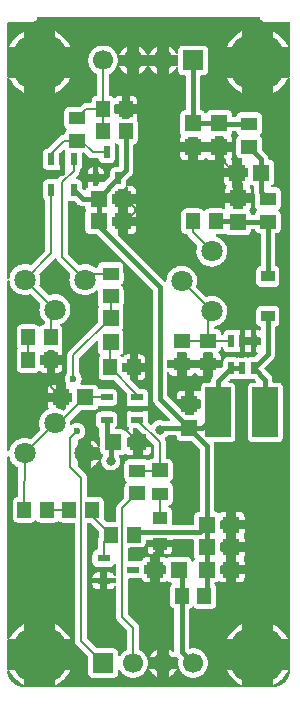
<source format=gtl>
G04 Layer: TopLayer*
G04 EasyEDA v6.5.22, 2022-11-15 19:49:41*
G04 707d77357ed9460192f0bb31fbe9fbc2,9a5be75d700b4a6385dc1106f27949ae,10*
G04 Gerber Generator version 0.2*
G04 Scale: 100 percent, Rotated: No, Reflected: No *
G04 Dimensions in millimeters *
G04 leading zeros omitted , absolute positions ,4 integer and 5 decimal *
%FSLAX45Y45*%
%MOMM*%

%AMMACRO1*21,1,$1,$2,0,0,$3*%
%ADD10C,0.4000*%
%ADD11C,0.2100*%
%ADD12MACRO1,1.377X1.1325X-90.0000*%
%ADD13MACRO1,1.377X1.1325X90.0000*%
%ADD14R,0.6000X1.0000*%
%ADD15MACRO1,1.35X1.41X0.0000*%
%ADD16R,1.3500X1.4100*%
%ADD17MACRO1,1.35X1.41X-90.0000*%
%ADD18MACRO1,1.35X1.41X90.0000*%
%ADD19MACRO1,1.377X1.1325X0.0000*%
%ADD20R,1.3770X1.1325*%
%ADD21R,0.5320X1.0720*%
%ADD22R,1.0700X0.6000*%
%ADD23R,1.2500X1.0000*%
%ADD24R,1.1500X0.9500*%
%ADD25R,0.5320X1.0375*%
%ADD26MACRO1,4.22X2.124X-90.0000*%
%ADD27R,1.0000X0.6000*%
%ADD28C,1.8000*%
%ADD29R,1.7000X1.7000*%
%ADD30C,1.7000*%
%ADD31C,5.0000*%
%ADD32C,0.6000*%
%ADD33C,0.8000*%
%ADD34C,0.0146*%

%LPD*%
G36*
X2219960Y-10165740D02*
G01*
X2215845Y-10165080D01*
X2212340Y-10162794D01*
X2200452Y-10150906D01*
X2198268Y-10147604D01*
X2197506Y-10143744D01*
X2197506Y-10113518D01*
X2196693Y-10105136D01*
X2194356Y-10097516D01*
X2190648Y-10090556D01*
X2185619Y-10084409D01*
X2179472Y-10079380D01*
X2172462Y-10075621D01*
X2164892Y-10073335D01*
X2156460Y-10072522D01*
X2152650Y-10072522D01*
X2148789Y-10071709D01*
X2145487Y-10069525D01*
X2143302Y-10066223D01*
X2142490Y-10062362D01*
X2143302Y-10058450D01*
X2145487Y-10055148D01*
X2162911Y-10037724D01*
X2166061Y-10034270D01*
X2168753Y-10030764D01*
X2171192Y-10027005D01*
X2173224Y-10023043D01*
X2174900Y-10018928D01*
X2176272Y-10014712D01*
X2177237Y-10010343D01*
X2177796Y-10005974D01*
X2177999Y-10001300D01*
X2177999Y-9992664D01*
X2178964Y-9988346D01*
X2181707Y-9984790D01*
X2185619Y-9981641D01*
X2190648Y-9975494D01*
X2194407Y-9968484D01*
X2196693Y-9960914D01*
X2197506Y-9952532D01*
X2197506Y-9855911D01*
X2198268Y-9852050D01*
X2200503Y-9848748D01*
X2203805Y-9846564D01*
X2207666Y-9845751D01*
X2212898Y-9845751D01*
X2216810Y-9846564D01*
X2220112Y-9848748D01*
X2250897Y-9879533D01*
X2254351Y-9882733D01*
X2257907Y-9885426D01*
X2261616Y-9887813D01*
X2265578Y-9889845D01*
X2269693Y-9891572D01*
X2273960Y-9892893D01*
X2278278Y-9893858D01*
X2282698Y-9894468D01*
X2287371Y-9894671D01*
X2332837Y-9894671D01*
X2337054Y-9895586D01*
X2340508Y-9898176D01*
X2342591Y-9901986D01*
X2345232Y-9911080D01*
X2348941Y-9917988D01*
X2353970Y-9924135D01*
X2360117Y-9929164D01*
X2367127Y-9932924D01*
X2374696Y-9935210D01*
X2383078Y-9936022D01*
X2435301Y-9936022D01*
X2443683Y-9935210D01*
X2451303Y-9932924D01*
X2458262Y-9929164D01*
X2464409Y-9924135D01*
X2469438Y-9917988D01*
X2473198Y-9911029D01*
X2475484Y-9903409D01*
X2476296Y-9895027D01*
X2476296Y-9792258D01*
X2475484Y-9783876D01*
X2474010Y-9779000D01*
X2473655Y-9774732D01*
X2475077Y-9770668D01*
X2478074Y-9767620D01*
X2482088Y-9766046D01*
X2486355Y-9766249D01*
X2490165Y-9768179D01*
X2493568Y-9771024D01*
X2505252Y-9777120D01*
X2507792Y-9780524D01*
X2508707Y-9784740D01*
X2508707Y-9961372D01*
X2507945Y-9965232D01*
X2505710Y-9968534D01*
X2502408Y-9970719D01*
X2498547Y-9971532D01*
X2478074Y-9971532D01*
X2469692Y-9972344D01*
X2462123Y-9974630D01*
X2455113Y-9978390D01*
X2448966Y-9983419D01*
X2443937Y-9989566D01*
X2440228Y-9996525D01*
X2437892Y-10004145D01*
X2437079Y-10012527D01*
X2437079Y-10041229D01*
X2436317Y-10045141D01*
X2434082Y-10048392D01*
X2389327Y-10093198D01*
X2386025Y-10095433D01*
X2382113Y-10096195D01*
X2333853Y-10096195D01*
X2333853Y-10120884D01*
X2333091Y-10124795D01*
X2330856Y-10128097D01*
X2327554Y-10130282D01*
X2323693Y-10131044D01*
X2304694Y-10131044D01*
X2300833Y-10130282D01*
X2297531Y-10128097D01*
X2295296Y-10124795D01*
X2294534Y-10120884D01*
X2294534Y-10096195D01*
X2247087Y-10096195D01*
X2247087Y-10115296D01*
X2247900Y-10123678D01*
X2248814Y-10126624D01*
X2249170Y-10130586D01*
X2248052Y-10134346D01*
X2245512Y-10137444D01*
X2238806Y-10142982D01*
X2233726Y-10149078D01*
X2230018Y-10156088D01*
X2229256Y-10158577D01*
X2227275Y-10162184D01*
X2223973Y-10164775D01*
G37*

%LPC*%
G36*
X2333853Y-10031628D02*
G01*
X2381300Y-10031628D01*
X2381300Y-10012527D01*
X2380488Y-10004145D01*
X2378202Y-9996525D01*
X2374442Y-9989566D01*
X2369413Y-9983419D01*
X2363266Y-9978390D01*
X2356256Y-9974630D01*
X2348687Y-9972344D01*
X2340305Y-9971532D01*
X2333853Y-9971532D01*
G37*
G36*
X2247087Y-10031628D02*
G01*
X2294534Y-10031628D01*
X2294534Y-9971532D01*
X2288082Y-9971532D01*
X2279700Y-9972344D01*
X2272131Y-9974630D01*
X2265121Y-9978390D01*
X2258974Y-9983419D01*
X2253945Y-9989566D01*
X2250186Y-9996525D01*
X2247900Y-10004145D01*
X2247087Y-10012527D01*
G37*

%LPD*%
G36*
X1575562Y-12372949D02*
G01*
X1571396Y-12372441D01*
X1567840Y-12370308D01*
X1565351Y-12366904D01*
X1564538Y-12362840D01*
X1564538Y-10936274D01*
X1565503Y-10931906D01*
X1568196Y-10928400D01*
X1572158Y-10926419D01*
X1576578Y-10926267D01*
X1580642Y-10928045D01*
X1583588Y-10931398D01*
X1584807Y-10935665D01*
X1584909Y-10937443D01*
X1587652Y-10952632D01*
X1592173Y-10967415D01*
X1598422Y-10981588D01*
X1606245Y-10994898D01*
X1615643Y-11007191D01*
X1626412Y-11018266D01*
X1638401Y-11028019D01*
X1651507Y-11036300D01*
X1665478Y-11042904D01*
X1680108Y-11047882D01*
X1695246Y-11051082D01*
X1710639Y-11052454D01*
X1726082Y-11051997D01*
X1741373Y-11049711D01*
X1756918Y-11045342D01*
X1760829Y-11044631D01*
X1764690Y-11045393D01*
X1767941Y-11047577D01*
X1842973Y-11122609D01*
X1845056Y-11125606D01*
X1845919Y-11129162D01*
X1845513Y-11132769D01*
X1841652Y-11145367D01*
X1838909Y-11160556D01*
X1837994Y-11176000D01*
X1838909Y-11191443D01*
X1841652Y-11206632D01*
X1846173Y-11221415D01*
X1852422Y-11235588D01*
X1860245Y-11248898D01*
X1869643Y-11261191D01*
X1881327Y-11273078D01*
X1883460Y-11276380D01*
X1884222Y-11280190D01*
X1884222Y-11292890D01*
X1883511Y-11296548D01*
X1881581Y-11299698D01*
X1878634Y-11301984D01*
X1875028Y-11303000D01*
X1870710Y-11303457D01*
X1863089Y-11305743D01*
X1856130Y-11309502D01*
X1849983Y-11314531D01*
X1846427Y-11318798D01*
X1842922Y-11321542D01*
X1838604Y-11322558D01*
X1834235Y-11321542D01*
X1830730Y-11318798D01*
X1827225Y-11314531D01*
X1821078Y-11309502D01*
X1814068Y-11305743D01*
X1806498Y-11303457D01*
X1798116Y-11302593D01*
X1685848Y-11302593D01*
X1677466Y-11303457D01*
X1669846Y-11305743D01*
X1662887Y-11309502D01*
X1656740Y-11314531D01*
X1651711Y-11320627D01*
X1647952Y-11327638D01*
X1645666Y-11335207D01*
X1644853Y-11343640D01*
X1644853Y-11480342D01*
X1645666Y-11488724D01*
X1647952Y-11496294D01*
X1651152Y-11502288D01*
X1652219Y-11505438D01*
X1652219Y-11508740D01*
X1651152Y-11511889D01*
X1647952Y-11517833D01*
X1645666Y-11525453D01*
X1644853Y-11533835D01*
X1644853Y-11670538D01*
X1645666Y-11678920D01*
X1647952Y-11686489D01*
X1651711Y-11693499D01*
X1656740Y-11699646D01*
X1662887Y-11704675D01*
X1669846Y-11708434D01*
X1677466Y-11710720D01*
X1685848Y-11711533D01*
X1798116Y-11711533D01*
X1806498Y-11710720D01*
X1814068Y-11708434D01*
X1821078Y-11704675D01*
X1827225Y-11699646D01*
X1830730Y-11695328D01*
X1834235Y-11692585D01*
X1838604Y-11691620D01*
X1842922Y-11692585D01*
X1846427Y-11695328D01*
X1849983Y-11699646D01*
X1856130Y-11704675D01*
X1863089Y-11708434D01*
X1870710Y-11710720D01*
X1879092Y-11711533D01*
X1900580Y-11711533D01*
X1900580Y-11642953D01*
X1849272Y-11642953D01*
X1845360Y-11642191D01*
X1842109Y-11639956D01*
X1839874Y-11636705D01*
X1839112Y-11632793D01*
X1839112Y-11571579D01*
X1839874Y-11567668D01*
X1842109Y-11564366D01*
X1845360Y-11562181D01*
X1849272Y-11561419D01*
X1900580Y-11561419D01*
X1900580Y-11531498D01*
X1901342Y-11527586D01*
X1903526Y-11524335D01*
X1906828Y-11522100D01*
X1910740Y-11521338D01*
X1959711Y-11521338D01*
X1963623Y-11522100D01*
X1966925Y-11524335D01*
X1969109Y-11527586D01*
X1969871Y-11531498D01*
X1969871Y-11561419D01*
X2032355Y-11561419D01*
X2032355Y-11533835D01*
X2031542Y-11525453D01*
X2029256Y-11517833D01*
X2026056Y-11511889D01*
X2024989Y-11508740D01*
X2024989Y-11505438D01*
X2026056Y-11502288D01*
X2029256Y-11496294D01*
X2031542Y-11488724D01*
X2032355Y-11480342D01*
X2032355Y-11343640D01*
X2031542Y-11335207D01*
X2029256Y-11327638D01*
X2025497Y-11320627D01*
X2020468Y-11314531D01*
X2018182Y-11312652D01*
X2015540Y-11309400D01*
X2014474Y-11305336D01*
X2015083Y-11301222D01*
X2017318Y-11297716D01*
X2020773Y-11295380D01*
X2024634Y-11293805D01*
X2038146Y-11286337D01*
X2050745Y-11277346D01*
X2062124Y-11266881D01*
X2072233Y-11255197D01*
X2080869Y-11242344D01*
X2087930Y-11228628D01*
X2093315Y-11214100D01*
X2096922Y-11199063D01*
X2098751Y-11183721D01*
X2098751Y-11168278D01*
X2096922Y-11152936D01*
X2093315Y-11137900D01*
X2087930Y-11123371D01*
X2080869Y-11109655D01*
X2072233Y-11096802D01*
X2062124Y-11085118D01*
X2050745Y-11074654D01*
X2038146Y-11065662D01*
X2024634Y-11058194D01*
X2010308Y-11052403D01*
X1995373Y-11048288D01*
X1980082Y-11046002D01*
X1964639Y-11045545D01*
X1949246Y-11046917D01*
X1934108Y-11050117D01*
X1925624Y-11052962D01*
X1921916Y-11053521D01*
X1918258Y-11052657D01*
X1915210Y-11050524D01*
X1839975Y-10975340D01*
X1837842Y-10972139D01*
X1836978Y-10968380D01*
X1837639Y-10964621D01*
X1839315Y-10960100D01*
X1842922Y-10945063D01*
X1844751Y-10929721D01*
X1844751Y-10914278D01*
X1842922Y-10898936D01*
X1839315Y-10883900D01*
X1837639Y-10879378D01*
X1836978Y-10875619D01*
X1837842Y-10871860D01*
X1839975Y-10868660D01*
X1966366Y-10742269D01*
X1969871Y-10739983D01*
X1973935Y-10739272D01*
X1977948Y-10740288D01*
X1981250Y-10742777D01*
X1983282Y-10746384D01*
X1985772Y-10753039D01*
X1987854Y-10757001D01*
X1990242Y-10760760D01*
X1992934Y-10764266D01*
X1996084Y-10767720D01*
X2096973Y-10868609D01*
X2099056Y-10871606D01*
X2099919Y-10875162D01*
X2099513Y-10878769D01*
X2095652Y-10891367D01*
X2092909Y-10906556D01*
X2091994Y-10922000D01*
X2092909Y-10937443D01*
X2095652Y-10952632D01*
X2100173Y-10967415D01*
X2106422Y-10981588D01*
X2114245Y-10994898D01*
X2123643Y-11007191D01*
X2134412Y-11018266D01*
X2146401Y-11028019D01*
X2159508Y-11036300D01*
X2173478Y-11042904D01*
X2188108Y-11047882D01*
X2203246Y-11051082D01*
X2218639Y-11052454D01*
X2234082Y-11051997D01*
X2249373Y-11049711D01*
X2264308Y-11045596D01*
X2278634Y-11039805D01*
X2292146Y-11032337D01*
X2304745Y-11023346D01*
X2314498Y-11014354D01*
X2317851Y-11012373D01*
X2321661Y-11011712D01*
X2325471Y-11012576D01*
X2328672Y-11014811D01*
X2330805Y-11018062D01*
X2331516Y-11021872D01*
X2331516Y-11120932D01*
X2332380Y-11129314D01*
X2334666Y-11136934D01*
X2338832Y-11144707D01*
X2339898Y-11147856D01*
X2339898Y-11151158D01*
X2338832Y-11154308D01*
X2335987Y-11159591D01*
X2333701Y-11167160D01*
X2332888Y-11175593D01*
X2332888Y-11277244D01*
X2332126Y-11281105D01*
X2329891Y-11284407D01*
X2087981Y-11526316D01*
X2084832Y-11529771D01*
X2082139Y-11533327D01*
X2079752Y-11537086D01*
X2077669Y-11540998D01*
X2075992Y-11545112D01*
X2074621Y-11549380D01*
X2073656Y-11553698D01*
X2073097Y-11558117D01*
X2072893Y-11562791D01*
X2072893Y-11708485D01*
X2072233Y-11711990D01*
X2070455Y-11715038D01*
X2066848Y-11719255D01*
X2061108Y-11728704D01*
X2056841Y-11738914D01*
X2054301Y-11749633D01*
X2053437Y-11760657D01*
X2054301Y-11771680D01*
X2056841Y-11782450D01*
X2061108Y-11792661D01*
X2062937Y-11795709D01*
X2064308Y-11799417D01*
X2064156Y-11803380D01*
X2062480Y-11806986D01*
X2062480Y-11879072D01*
X2105710Y-11879072D01*
X2109622Y-11879834D01*
X2112924Y-11882069D01*
X2115108Y-11885371D01*
X2115870Y-11889232D01*
X2115870Y-11949125D01*
X2115108Y-11952986D01*
X2112924Y-11956288D01*
X2109622Y-11958523D01*
X2105710Y-11959285D01*
X2062480Y-11959285D01*
X2062480Y-12007240D01*
X2061718Y-12011101D01*
X2059533Y-12014403D01*
X2045766Y-12028170D01*
X2042972Y-12030151D01*
X2039670Y-12031116D01*
X2036267Y-12030913D01*
X2033117Y-12029592D01*
X2028393Y-12026595D01*
X2014423Y-12019940D01*
X1999792Y-12015012D01*
X1987346Y-12012371D01*
X1984146Y-12011101D01*
X1981555Y-12008815D01*
X1979879Y-12005818D01*
X1979320Y-12002414D01*
X1979320Y-11959285D01*
X1909876Y-11959285D01*
X1909876Y-11986158D01*
X1910689Y-11994591D01*
X1913026Y-12002160D01*
X1916226Y-12008154D01*
X1917395Y-12012218D01*
X1916785Y-12016384D01*
X1914550Y-12019991D01*
X1911045Y-12022328D01*
X1909267Y-12023039D01*
X1895754Y-12030506D01*
X1883156Y-12039549D01*
X1871776Y-12049963D01*
X1861667Y-12061698D01*
X1853031Y-12074499D01*
X1845970Y-12088266D01*
X1840585Y-12102744D01*
X1836978Y-12117781D01*
X1835150Y-12133122D01*
X1835150Y-12148616D01*
X1836978Y-12163958D01*
X1840585Y-12178995D01*
X1842262Y-12183465D01*
X1842871Y-12187275D01*
X1842058Y-12191034D01*
X1839925Y-12194184D01*
X1764690Y-12269419D01*
X1761642Y-12271552D01*
X1757984Y-12272365D01*
X1754276Y-12271857D01*
X1745792Y-12269012D01*
X1730654Y-12265812D01*
X1715262Y-12264440D01*
X1699818Y-12264898D01*
X1684528Y-12267184D01*
X1669592Y-12271248D01*
X1655267Y-12277039D01*
X1641754Y-12284506D01*
X1629156Y-12293549D01*
X1617776Y-12303963D01*
X1607667Y-12315698D01*
X1599031Y-12328499D01*
X1591970Y-12342266D01*
X1586585Y-12356744D01*
X1584553Y-12365228D01*
X1582724Y-12368987D01*
X1579575Y-12371730D01*
G37*

%LPC*%
G36*
X1909876Y-11879072D02*
G01*
X1979320Y-11879072D01*
X1979320Y-11811152D01*
X1950872Y-11811152D01*
X1942490Y-11811965D01*
X1934921Y-11814302D01*
X1927910Y-11818010D01*
X1921764Y-11823039D01*
X1916734Y-11829186D01*
X1913026Y-11836196D01*
X1910689Y-11843766D01*
X1909876Y-11852198D01*
G37*
G36*
X1969871Y-11711533D02*
G01*
X1991360Y-11711533D01*
X1999742Y-11710720D01*
X2007311Y-11708434D01*
X2014321Y-11704675D01*
X2020468Y-11699646D01*
X2025497Y-11693499D01*
X2029256Y-11686489D01*
X2031542Y-11678920D01*
X2032355Y-11670538D01*
X2032355Y-11642953D01*
X1969871Y-11642953D01*
G37*

%LPD*%
G36*
X2407005Y-12971627D02*
G01*
X2403094Y-12970865D01*
X2399792Y-12968681D01*
X2383434Y-12952272D01*
X2381046Y-12948513D01*
X2380488Y-12944094D01*
X2381046Y-12938506D01*
X2381046Y-12801803D01*
X2380234Y-12793421D01*
X2377948Y-12785852D01*
X2374188Y-12778841D01*
X2369159Y-12772694D01*
X2363012Y-12767665D01*
X2356053Y-12763957D01*
X2348433Y-12761620D01*
X2340051Y-12760807D01*
X2248458Y-12760807D01*
X2244598Y-12760045D01*
X2241296Y-12757810D01*
X2239060Y-12754559D01*
X2238298Y-12750647D01*
X2238298Y-12601498D01*
X2238095Y-12596825D01*
X2237536Y-12592456D01*
X2236571Y-12588087D01*
X2235200Y-12583871D01*
X2233523Y-12579756D01*
X2231491Y-12575794D01*
X2229053Y-12572034D01*
X2226360Y-12568529D01*
X2223211Y-12565075D01*
X2171039Y-12512903D01*
X2168804Y-12509601D01*
X2168042Y-12505690D01*
X2168042Y-12446203D01*
X2156663Y-12446203D01*
X2152802Y-12445441D01*
X2149500Y-12443256D01*
X2147265Y-12439954D01*
X2146503Y-12436043D01*
X2146503Y-12353696D01*
X2147265Y-12349784D01*
X2149500Y-12346482D01*
X2152802Y-12344298D01*
X2156663Y-12343536D01*
X2168042Y-12343536D01*
X2168042Y-12281763D01*
X2169058Y-12277394D01*
X2171801Y-12273838D01*
X2175814Y-12271857D01*
X2177389Y-12271502D01*
X2187600Y-12267285D01*
X2197049Y-12261494D01*
X2205431Y-12254331D01*
X2212594Y-12245898D01*
X2218385Y-12236450D01*
X2222652Y-12226239D01*
X2225192Y-12215520D01*
X2226056Y-12204496D01*
X2225192Y-12193473D01*
X2222652Y-12182703D01*
X2218385Y-12172492D01*
X2212594Y-12163044D01*
X2205431Y-12154662D01*
X2197049Y-12147448D01*
X2187600Y-12141657D01*
X2177389Y-12137440D01*
X2166620Y-12134850D01*
X2155596Y-12133986D01*
X2144572Y-12134850D01*
X2133803Y-12137440D01*
X2123592Y-12141657D01*
X2113991Y-12147550D01*
X2112365Y-12148870D01*
X2108403Y-12150750D01*
X2104034Y-12150801D01*
X2100021Y-12149023D01*
X2097125Y-12145721D01*
X2095906Y-12141454D01*
X2095144Y-12127941D01*
X2095754Y-12123724D01*
X2098090Y-12120118D01*
X2188057Y-12030151D01*
X2191359Y-12027966D01*
X2195220Y-12027204D01*
X2296871Y-12027204D01*
X2305304Y-12026341D01*
X2312873Y-12024055D01*
X2319883Y-12020296D01*
X2326030Y-12015266D01*
X2331059Y-12009170D01*
X2334768Y-12002160D01*
X2336647Y-11996064D01*
X2338171Y-11992914D01*
X2340711Y-11990527D01*
X2343912Y-11989155D01*
X2347366Y-11988901D01*
X2356510Y-11989765D01*
X2455468Y-11989765D01*
X2463901Y-11988952D01*
X2471470Y-11986666D01*
X2478481Y-11982907D01*
X2484628Y-11977878D01*
X2489657Y-11971731D01*
X2493365Y-11964771D01*
X2495702Y-11957151D01*
X2496515Y-11948769D01*
X2496515Y-11889790D01*
X2495702Y-11881358D01*
X2493365Y-11873788D01*
X2489657Y-11866778D01*
X2484628Y-11860631D01*
X2478481Y-11855602D01*
X2471470Y-11851894D01*
X2463901Y-11849557D01*
X2455468Y-11848744D01*
X2356510Y-11848744D01*
X2347417Y-11849658D01*
X2343962Y-11849404D01*
X2340762Y-11847982D01*
X2338273Y-11845594D01*
X2336698Y-11842496D01*
X2334768Y-11836196D01*
X2331059Y-11829186D01*
X2326030Y-11823039D01*
X2319883Y-11818010D01*
X2312873Y-11814302D01*
X2305304Y-11811965D01*
X2296871Y-11811152D01*
X2193493Y-11811152D01*
X2189327Y-11810238D01*
X2185873Y-11807698D01*
X2183790Y-11803989D01*
X2183434Y-11799722D01*
X2184857Y-11795709D01*
X2186686Y-11792661D01*
X2190902Y-11782450D01*
X2193493Y-11771680D01*
X2194356Y-11760657D01*
X2193493Y-11749633D01*
X2190902Y-11738914D01*
X2186686Y-11728704D01*
X2180894Y-11719255D01*
X2177338Y-11715089D01*
X2175560Y-11711990D01*
X2174900Y-11708485D01*
X2174900Y-11587886D01*
X2175662Y-11584025D01*
X2177897Y-11580723D01*
X2315514Y-11443055D01*
X2318816Y-11440871D01*
X2322728Y-11440109D01*
X2326589Y-11440871D01*
X2329891Y-11443055D01*
X2332126Y-11446357D01*
X2332888Y-11450269D01*
X2332888Y-11521592D01*
X2333701Y-11529974D01*
X2335987Y-11537543D01*
X2339746Y-11544554D01*
X2344775Y-11550700D01*
X2349042Y-11554206D01*
X2351532Y-11557254D01*
X2352700Y-11561064D01*
X2352294Y-11564975D01*
X2350465Y-11568480D01*
X2345740Y-11574221D01*
X2341981Y-11581231D01*
X2339695Y-11588851D01*
X2338832Y-11597233D01*
X2338832Y-11733936D01*
X2339695Y-11742318D01*
X2341981Y-11749887D01*
X2345740Y-11756898D01*
X2350770Y-11763044D01*
X2356866Y-11768074D01*
X2363876Y-11771833D01*
X2371445Y-11774119D01*
X2379878Y-11774932D01*
X2468981Y-11774932D01*
X2472893Y-11775694D01*
X2476195Y-11777929D01*
X2573223Y-11874957D01*
X2575610Y-11878716D01*
X2576118Y-11883136D01*
X2575458Y-11889790D01*
X2575458Y-11948769D01*
X2576322Y-11957151D01*
X2578303Y-11963806D01*
X2578760Y-11966752D01*
X2578303Y-11969699D01*
X2576322Y-11976404D01*
X2575458Y-11984786D01*
X2575458Y-11992914D01*
X2637434Y-11992914D01*
X2640787Y-11990628D01*
X2644800Y-11989816D01*
X2687167Y-11989816D01*
X2691180Y-11990628D01*
X2694533Y-11992914D01*
X2756509Y-11992914D01*
X2756509Y-11984786D01*
X2755696Y-11976404D01*
X2753664Y-11969750D01*
X2753207Y-11966803D01*
X2753664Y-11963857D01*
X2755696Y-11957151D01*
X2756509Y-11948769D01*
X2756509Y-11889790D01*
X2755696Y-11881408D01*
X2753360Y-11873788D01*
X2749651Y-11866778D01*
X2744622Y-11860682D01*
X2738475Y-11855653D01*
X2731465Y-11851894D01*
X2723896Y-11849608D01*
X2715514Y-11848795D01*
X2695549Y-11848795D01*
X2691638Y-11847982D01*
X2688336Y-11845798D01*
X2604312Y-11761774D01*
X2602128Y-11758472D01*
X2601315Y-11754561D01*
X2601315Y-11706352D01*
X2553106Y-11706352D01*
X2549245Y-11705590D01*
X2545943Y-11703354D01*
X2536088Y-11693550D01*
X2533904Y-11690248D01*
X2533142Y-11686336D01*
X2533142Y-11634978D01*
X2533904Y-11631066D01*
X2536088Y-11627764D01*
X2539390Y-11625580D01*
X2543302Y-11624818D01*
X2601315Y-11624818D01*
X2601315Y-11556238D01*
X2579878Y-11556238D01*
X2571496Y-11557050D01*
X2563876Y-11559336D01*
X2556916Y-11563096D01*
X2550769Y-11568125D01*
X2545740Y-11574221D01*
X2544978Y-11575694D01*
X2542133Y-11578996D01*
X2538171Y-11580825D01*
X2533802Y-11580825D01*
X2529840Y-11578996D01*
X2527046Y-11575694D01*
X2524963Y-11572646D01*
X2522931Y-11568684D01*
X2522829Y-11564213D01*
X2524658Y-11560149D01*
X2528011Y-11557254D01*
X2530856Y-11555730D01*
X2537002Y-11550700D01*
X2542032Y-11544554D01*
X2545791Y-11537543D01*
X2548077Y-11529974D01*
X2548890Y-11521592D01*
X2548890Y-11381587D01*
X2548077Y-11373205D01*
X2545791Y-11365585D01*
X2542032Y-11358575D01*
X2539085Y-11355019D01*
X2537409Y-11352022D01*
X2536799Y-11348567D01*
X2537409Y-11345164D01*
X2539085Y-11342116D01*
X2542032Y-11338560D01*
X2545791Y-11331549D01*
X2548077Y-11323980D01*
X2548890Y-11315598D01*
X2548890Y-11175593D01*
X2548077Y-11167160D01*
X2545791Y-11159591D01*
X2542946Y-11154308D01*
X2541879Y-11151158D01*
X2541879Y-11147856D01*
X2542946Y-11144707D01*
X2547112Y-11136934D01*
X2549448Y-11129314D01*
X2550261Y-11120932D01*
X2550261Y-11008664D01*
X2549448Y-11000282D01*
X2547112Y-10992713D01*
X2543403Y-10985703D01*
X2538374Y-10979556D01*
X2534056Y-10976051D01*
X2531313Y-10972546D01*
X2530348Y-10968177D01*
X2531313Y-10963808D01*
X2534056Y-10960303D01*
X2538374Y-10956798D01*
X2543403Y-10950651D01*
X2547112Y-10943640D01*
X2549448Y-10936071D01*
X2550261Y-10927689D01*
X2550261Y-10815421D01*
X2549448Y-10807039D01*
X2547112Y-10799419D01*
X2543403Y-10792460D01*
X2538374Y-10786313D01*
X2532227Y-10781284D01*
X2525217Y-10777524D01*
X2517648Y-10775238D01*
X2509266Y-10774426D01*
X2372563Y-10774426D01*
X2364130Y-10775238D01*
X2356561Y-10777524D01*
X2349550Y-10781284D01*
X2343454Y-10786313D01*
X2338374Y-10792460D01*
X2334666Y-10799419D01*
X2332380Y-10807039D01*
X2331923Y-10811357D01*
X2330907Y-10814964D01*
X2328621Y-10817910D01*
X2325471Y-10819841D01*
X2321814Y-10820552D01*
X2307793Y-10820552D01*
X2304694Y-10820044D01*
X2301900Y-10818622D01*
X2292146Y-10811662D01*
X2278634Y-10804194D01*
X2264308Y-10798403D01*
X2249373Y-10794288D01*
X2234082Y-10792002D01*
X2218639Y-10791545D01*
X2203246Y-10792917D01*
X2188108Y-10796117D01*
X2179624Y-10798962D01*
X2175916Y-10799521D01*
X2172258Y-10798657D01*
X2169210Y-10796524D01*
X2086000Y-10713364D01*
X2083765Y-10710062D01*
X2083003Y-10706150D01*
X2083003Y-10263327D01*
X2083866Y-10259212D01*
X2086356Y-10255758D01*
X2089962Y-10253675D01*
X2094179Y-10253218D01*
X2097481Y-10253522D01*
X2127707Y-10253522D01*
X2131618Y-10254284D01*
X2134920Y-10256520D01*
X2160066Y-10281615D01*
X2166061Y-10286949D01*
X2174443Y-10292384D01*
X2176272Y-10293350D01*
X2185568Y-10297007D01*
X2193290Y-10298785D01*
X2195372Y-10299090D01*
X2203348Y-10299598D01*
X2217013Y-10299598D01*
X2220671Y-10300258D01*
X2223871Y-10302240D01*
X2226106Y-10305186D01*
X2227122Y-10308742D01*
X2227732Y-10314482D01*
X2230018Y-10322052D01*
X2233930Y-10329367D01*
X2234996Y-10332516D01*
X2234996Y-10335818D01*
X2233930Y-10338968D01*
X2230018Y-10346283D01*
X2227732Y-10353903D01*
X2226868Y-10362285D01*
X2226868Y-10496296D01*
X2227732Y-10504678D01*
X2230018Y-10512247D01*
X2233726Y-10519257D01*
X2238806Y-10525404D01*
X2244902Y-10530433D01*
X2251913Y-10534142D01*
X2259482Y-10536478D01*
X2267915Y-10537291D01*
X2319528Y-10537291D01*
X2323388Y-10538053D01*
X2326690Y-10540288D01*
X2794000Y-11007598D01*
X2796235Y-11010900D01*
X2796997Y-11014760D01*
X2796997Y-11931243D01*
X2797759Y-11941302D01*
X2800197Y-11951004D01*
X2803245Y-11958320D01*
X2804210Y-11960199D01*
X2808376Y-11966905D01*
X2814929Y-11974576D01*
X2943148Y-12102795D01*
X2945384Y-12106097D01*
X2946146Y-12110008D01*
X2945384Y-12113869D01*
X2943148Y-12117171D01*
X2939846Y-12119406D01*
X2935986Y-12120168D01*
X2895600Y-12120168D01*
X2891231Y-12119152D01*
X2886913Y-12117070D01*
X2875432Y-12113514D01*
X2863494Y-12111736D01*
X2851505Y-12111736D01*
X2839567Y-12113514D01*
X2828086Y-12117070D01*
X2817266Y-12122302D01*
X2807309Y-12129058D01*
X2798521Y-12137237D01*
X2791206Y-12146381D01*
X2787954Y-12149074D01*
X2783840Y-12150191D01*
X2779674Y-12149531D01*
X2776118Y-12147245D01*
X2759456Y-12130582D01*
X2757271Y-12127280D01*
X2756509Y-12123420D01*
X2756509Y-12079782D01*
X2755646Y-12071400D01*
X2753664Y-12064746D01*
X2753207Y-12061799D01*
X2753664Y-12058853D01*
X2755696Y-12052147D01*
X2756509Y-12043765D01*
X2756509Y-12035637D01*
X2694533Y-12035637D01*
X2691180Y-12037923D01*
X2687167Y-12038787D01*
X2644800Y-12038787D01*
X2640787Y-12037923D01*
X2637434Y-12035637D01*
X2575458Y-12035637D01*
X2575458Y-12043765D01*
X2576322Y-12052147D01*
X2578303Y-12058802D01*
X2578760Y-12061748D01*
X2578303Y-12064695D01*
X2576271Y-12071400D01*
X2575458Y-12079782D01*
X2575458Y-12138761D01*
X2576271Y-12147143D01*
X2578608Y-12154763D01*
X2582316Y-12161774D01*
X2587345Y-12167870D01*
X2593492Y-12172899D01*
X2597759Y-12176048D01*
X2599588Y-12179554D01*
X2599994Y-12183516D01*
X2598826Y-12187275D01*
X2596337Y-12190374D01*
X2592832Y-12192203D01*
X2584704Y-12194692D01*
X2577693Y-12198451D01*
X2574137Y-12201347D01*
X2571140Y-12203074D01*
X2567686Y-12203684D01*
X2564282Y-12203074D01*
X2561234Y-12201347D01*
X2557678Y-12198451D01*
X2550668Y-12194692D01*
X2543098Y-12192406D01*
X2534716Y-12191542D01*
X2484120Y-12191542D01*
X2480056Y-12190730D01*
X2476703Y-12188342D01*
X2474569Y-12184837D01*
X2473960Y-12180722D01*
X2475077Y-12176760D01*
X2477668Y-12173559D01*
X2484577Y-12167870D01*
X2489606Y-12161723D01*
X2493365Y-12154763D01*
X2495651Y-12147143D01*
X2496515Y-12138761D01*
X2496515Y-12079782D01*
X2495651Y-12071350D01*
X2493365Y-12063780D01*
X2489606Y-12056770D01*
X2484577Y-12050623D01*
X2478481Y-12045594D01*
X2471470Y-12041886D01*
X2463850Y-12039549D01*
X2455468Y-12038736D01*
X2356459Y-12038736D01*
X2348077Y-12039549D01*
X2340508Y-12041886D01*
X2333498Y-12045594D01*
X2327351Y-12050623D01*
X2322322Y-12056770D01*
X2318613Y-12063780D01*
X2316276Y-12071350D01*
X2315464Y-12079782D01*
X2315464Y-12138761D01*
X2316276Y-12147143D01*
X2318613Y-12154763D01*
X2322322Y-12161723D01*
X2327351Y-12167870D01*
X2333498Y-12172899D01*
X2340102Y-12176404D01*
X2342946Y-12178690D01*
X2344826Y-12181789D01*
X2345486Y-12185396D01*
X2345486Y-12240564D01*
X2345944Y-12248540D01*
X2346248Y-12250623D01*
X2348026Y-12258344D01*
X2348636Y-12260224D01*
X2352802Y-12269724D01*
X2353665Y-12273788D01*
X2353665Y-12328906D01*
X2352751Y-12333173D01*
X2350058Y-12336678D01*
X2346198Y-12338710D01*
X2341829Y-12338913D01*
X2337765Y-12337288D01*
X2334768Y-12334087D01*
X2327605Y-12321997D01*
X2318258Y-12309703D01*
X2307488Y-12298578D01*
X2295448Y-12288824D01*
X2282393Y-12280595D01*
X2270760Y-12275058D01*
X2270760Y-12343536D01*
X2343505Y-12343536D01*
X2347417Y-12344298D01*
X2350719Y-12346482D01*
X2352903Y-12349784D01*
X2353665Y-12353696D01*
X2353665Y-12366599D01*
X2354529Y-12374981D01*
X2356815Y-12382550D01*
X2360574Y-12389561D01*
X2365603Y-12395708D01*
X2371598Y-12400584D01*
X2373884Y-12403328D01*
X2375103Y-12406630D01*
X2375154Y-12410186D01*
X2373934Y-12413538D01*
X2368397Y-12423140D01*
X2363978Y-12434366D01*
X2363063Y-12438329D01*
X2361082Y-12442240D01*
X2361387Y-12444577D01*
X2360422Y-12458090D01*
X2361285Y-12470079D01*
X2363978Y-12481814D01*
X2368397Y-12492990D01*
X2374392Y-12503404D01*
X2381910Y-12512802D01*
X2390698Y-12520980D01*
X2400655Y-12527788D01*
X2411476Y-12533020D01*
X2423007Y-12536525D01*
X2434894Y-12538354D01*
X2446934Y-12538354D01*
X2458821Y-12536525D01*
X2470302Y-12533020D01*
X2481122Y-12527788D01*
X2491079Y-12520980D01*
X2499918Y-12512802D01*
X2507386Y-12503404D01*
X2513431Y-12492990D01*
X2517800Y-12481814D01*
X2520492Y-12470079D01*
X2521356Y-12458090D01*
X2520492Y-12446101D01*
X2517800Y-12434366D01*
X2513228Y-12422835D01*
X2511907Y-12418822D01*
X2512364Y-12414605D01*
X2514447Y-12410948D01*
X2517902Y-12408458D01*
X2522016Y-12407595D01*
X2534716Y-12407595D01*
X2543098Y-12406782D01*
X2550668Y-12404445D01*
X2557678Y-12400737D01*
X2561234Y-12397790D01*
X2564282Y-12396063D01*
X2567686Y-12395504D01*
X2571140Y-12396063D01*
X2574137Y-12397790D01*
X2577693Y-12400737D01*
X2584704Y-12404445D01*
X2592324Y-12406782D01*
X2600706Y-12407595D01*
X2629103Y-12407595D01*
X2629103Y-12339675D01*
X2585872Y-12339675D01*
X2581960Y-12338913D01*
X2578658Y-12336678D01*
X2576474Y-12333427D01*
X2575712Y-12329515D01*
X2575712Y-12269622D01*
X2576474Y-12265761D01*
X2578658Y-12262459D01*
X2581960Y-12260275D01*
X2585872Y-12259462D01*
X2629103Y-12259462D01*
X2629103Y-12189968D01*
X2629865Y-12186056D01*
X2632049Y-12182754D01*
X2635351Y-12180570D01*
X2639263Y-12179808D01*
X2660192Y-12179808D01*
X2664053Y-12180570D01*
X2667355Y-12182754D01*
X2709316Y-12224715D01*
X2711500Y-12228017D01*
X2712313Y-12231928D01*
X2712313Y-12259462D01*
X2739847Y-12259462D01*
X2743758Y-12260275D01*
X2747060Y-12262459D01*
X2803194Y-12318593D01*
X2805430Y-12321895D01*
X2806192Y-12325807D01*
X2806192Y-12429185D01*
X2805430Y-12433096D01*
X2803194Y-12436398D01*
X2799892Y-12438583D01*
X2796032Y-12439345D01*
X2788869Y-12439345D01*
X2780436Y-12440158D01*
X2772867Y-12442494D01*
X2762148Y-12448286D01*
X2758186Y-12448641D01*
X2754426Y-12447524D01*
X2751328Y-12445847D01*
X2743758Y-12443561D01*
X2735376Y-12442748D01*
X2598674Y-12442748D01*
X2590241Y-12443561D01*
X2582672Y-12445847D01*
X2575661Y-12449606D01*
X2569514Y-12454636D01*
X2564485Y-12460782D01*
X2560777Y-12467742D01*
X2558440Y-12475362D01*
X2557627Y-12483744D01*
X2557627Y-12596012D01*
X2558440Y-12604394D01*
X2560777Y-12611963D01*
X2564485Y-12618974D01*
X2569514Y-12625120D01*
X2573832Y-12628626D01*
X2576576Y-12632131D01*
X2577541Y-12636500D01*
X2576576Y-12640868D01*
X2573832Y-12644374D01*
X2569514Y-12647879D01*
X2564485Y-12654026D01*
X2560777Y-12661036D01*
X2558440Y-12668605D01*
X2557627Y-12676987D01*
X2557627Y-12766141D01*
X2556865Y-12770053D01*
X2554681Y-12773355D01*
X2504084Y-12823901D01*
X2500934Y-12827355D01*
X2498242Y-12830860D01*
X2495854Y-12834620D01*
X2493772Y-12838582D01*
X2492095Y-12842697D01*
X2490724Y-12846913D01*
X2489758Y-12851282D01*
X2489200Y-12855702D01*
X2488996Y-12860375D01*
X2488996Y-12961467D01*
X2488234Y-12965379D01*
X2485999Y-12968681D01*
X2482697Y-12970865D01*
X2478836Y-12971627D01*
G37*

%LPC*%
G36*
X2270760Y-12514681D02*
G01*
X2282393Y-12509144D01*
X2295448Y-12500914D01*
X2307488Y-12491161D01*
X2318258Y-12480086D01*
X2327605Y-12467793D01*
X2335479Y-12454483D01*
X2339136Y-12446203D01*
X2270760Y-12446203D01*
G37*
G36*
X2712313Y-12407595D02*
G01*
X2740710Y-12407595D01*
X2749092Y-12406782D01*
X2756662Y-12404445D01*
X2763672Y-12400737D01*
X2769819Y-12395708D01*
X2774848Y-12389561D01*
X2778556Y-12382550D01*
X2780893Y-12374981D01*
X2781706Y-12366599D01*
X2781706Y-12339675D01*
X2712313Y-12339675D01*
G37*
G36*
X2670657Y-11774932D02*
G01*
X2692146Y-11774932D01*
X2700528Y-11774119D01*
X2708097Y-11771833D01*
X2715107Y-11768074D01*
X2721254Y-11763044D01*
X2726283Y-11756898D01*
X2729992Y-11749887D01*
X2732328Y-11742318D01*
X2733141Y-11733936D01*
X2733141Y-11706352D01*
X2670657Y-11706352D01*
G37*
G36*
X2670657Y-11624818D02*
G01*
X2733141Y-11624818D01*
X2733141Y-11597233D01*
X2732328Y-11588851D01*
X2729992Y-11581231D01*
X2726283Y-11574221D01*
X2721254Y-11568125D01*
X2715107Y-11563096D01*
X2708097Y-11559336D01*
X2700528Y-11557050D01*
X2692146Y-11556238D01*
X2670657Y-11556238D01*
G37*

%LPD*%
G36*
X2970276Y-12999872D02*
G01*
X2966161Y-12999008D01*
X2962757Y-12996519D01*
X2960624Y-12992862D01*
X2960217Y-12988086D01*
X2960217Y-12889077D01*
X2959404Y-12880695D01*
X2957118Y-12873126D01*
X2953359Y-12866116D01*
X2948330Y-12859969D01*
X2942183Y-12854940D01*
X2934411Y-12850774D01*
X2931363Y-12848285D01*
X2929483Y-12844780D01*
X2929077Y-12840817D01*
X2930245Y-12837058D01*
X2932785Y-12833959D01*
X2936240Y-12832130D01*
X2941523Y-12830505D01*
X2948533Y-12826796D01*
X2954680Y-12821767D01*
X2959709Y-12815620D01*
X2963418Y-12808610D01*
X2965754Y-12801041D01*
X2966567Y-12792608D01*
X2966567Y-12680391D01*
X2965754Y-12672009D01*
X2963418Y-12664389D01*
X2959709Y-12657378D01*
X2954680Y-12651282D01*
X2948533Y-12646253D01*
X2947060Y-12645440D01*
X2943758Y-12642646D01*
X2941929Y-12638684D01*
X2941929Y-12634315D01*
X2943758Y-12630353D01*
X2947060Y-12627559D01*
X2948533Y-12626746D01*
X2954680Y-12621717D01*
X2959709Y-12615621D01*
X2963418Y-12608610D01*
X2965754Y-12600990D01*
X2966567Y-12592608D01*
X2966567Y-12480391D01*
X2965754Y-12471958D01*
X2963418Y-12464389D01*
X2959709Y-12457379D01*
X2954680Y-12451232D01*
X2948533Y-12446203D01*
X2941523Y-12442494D01*
X2933954Y-12440158D01*
X2925572Y-12439345D01*
X2918358Y-12439345D01*
X2914497Y-12438583D01*
X2911195Y-12436398D01*
X2909011Y-12433096D01*
X2908198Y-12429185D01*
X2908198Y-12300661D01*
X2907995Y-12296038D01*
X2907436Y-12291618D01*
X2906471Y-12287250D01*
X2905150Y-12283033D01*
X2903423Y-12278918D01*
X2899664Y-12272314D01*
X2898241Y-12268657D01*
X2898292Y-12264796D01*
X2899765Y-12261189D01*
X2902508Y-12258446D01*
X2907690Y-12254941D01*
X2916478Y-12246762D01*
X2920085Y-12242952D01*
X2922828Y-12241631D01*
X2925826Y-12241174D01*
X2988411Y-12241174D01*
X2992069Y-12241885D01*
X2995269Y-12243816D01*
X2997504Y-12246762D01*
X2998571Y-12250369D01*
X2999384Y-12259056D01*
X3001721Y-12266676D01*
X3005429Y-12273635D01*
X3010458Y-12279782D01*
X3016605Y-12284811D01*
X3023616Y-12288570D01*
X3031185Y-12290856D01*
X3039567Y-12291669D01*
X3127806Y-12291669D01*
X3131718Y-12292482D01*
X3135020Y-12294666D01*
X3193694Y-12353340D01*
X3195929Y-12356642D01*
X3196691Y-12360554D01*
X3196691Y-12878816D01*
X3195980Y-12882473D01*
X3194050Y-12885623D01*
X3191103Y-12887909D01*
X3187496Y-12888925D01*
X3178810Y-12889788D01*
X3171190Y-12892074D01*
X3164230Y-12895834D01*
X3158083Y-12900863D01*
X3153054Y-12907010D01*
X3149295Y-12913969D01*
X3147009Y-12921589D01*
X3146196Y-12929971D01*
X3146196Y-12989712D01*
X3145383Y-12993573D01*
X3143199Y-12996875D01*
X3139897Y-12999110D01*
X3136036Y-12999872D01*
G37*

%LPD*%
G36*
X2514193Y-14113052D02*
G01*
X2509824Y-14112798D01*
X2505964Y-14110766D01*
X2503322Y-14107312D01*
X2502408Y-14103045D01*
X2502408Y-14084554D01*
X2501595Y-14076172D01*
X2499258Y-14068602D01*
X2495550Y-14061592D01*
X2490520Y-14055445D01*
X2484374Y-14050416D01*
X2477363Y-14046707D01*
X2469794Y-14044371D01*
X2461412Y-14043558D01*
X2327706Y-14043558D01*
X2323846Y-14042796D01*
X2320544Y-14040561D01*
X2241296Y-13961313D01*
X2239060Y-13958011D01*
X2238298Y-13954150D01*
X2238298Y-12989712D01*
X2239060Y-12985800D01*
X2241296Y-12982498D01*
X2244598Y-12980314D01*
X2248458Y-12979552D01*
X2262174Y-12979552D01*
X2266086Y-12980314D01*
X2269388Y-12982498D01*
X2339898Y-13053009D01*
X2342083Y-13056311D01*
X2342845Y-13060222D01*
X2342845Y-13102640D01*
X2342286Y-13106044D01*
X2340559Y-13109092D01*
X2338933Y-13111073D01*
X2336647Y-13114680D01*
X2334564Y-13118642D01*
X2332888Y-13122757D01*
X2331516Y-13126974D01*
X2330551Y-13131342D01*
X2329992Y-13135762D01*
X2329789Y-13140436D01*
X2329789Y-13202462D01*
X2329129Y-13206120D01*
X2327148Y-13209269D01*
X2324201Y-13211505D01*
X2319426Y-13212673D01*
X2311806Y-13215010D01*
X2304846Y-13218718D01*
X2298700Y-13223748D01*
X2293670Y-13229894D01*
X2289911Y-13236905D01*
X2287625Y-13244474D01*
X2286812Y-13252856D01*
X2286812Y-13311886D01*
X2287625Y-13320268D01*
X2289911Y-13327837D01*
X2293670Y-13334847D01*
X2298700Y-13340994D01*
X2304846Y-13346023D01*
X2311806Y-13349732D01*
X2319426Y-13352068D01*
X2327808Y-13352881D01*
X2433828Y-13352881D01*
X2442210Y-13352068D01*
X2449779Y-13349732D01*
X2456789Y-13346023D01*
X2462936Y-13340994D01*
X2467965Y-13334847D01*
X2469845Y-13331291D01*
X2472791Y-13327888D01*
X2476855Y-13326110D01*
X2481275Y-13326211D01*
X2485288Y-13328192D01*
X2488031Y-13331698D01*
X2488996Y-13336066D01*
X2488996Y-13418667D01*
X2488031Y-13423036D01*
X2485288Y-13426541D01*
X2481275Y-13428522D01*
X2476855Y-13428624D01*
X2472791Y-13426846D01*
X2469845Y-13423493D01*
X2467965Y-13419886D01*
X2462936Y-13413740D01*
X2456789Y-13408710D01*
X2449779Y-13405002D01*
X2442210Y-13402665D01*
X2433828Y-13401852D01*
X2413914Y-13401852D01*
X2413914Y-13451027D01*
X2478836Y-13451027D01*
X2482697Y-13451789D01*
X2485999Y-13454024D01*
X2488234Y-13457275D01*
X2488996Y-13461187D01*
X2488996Y-13483539D01*
X2488234Y-13487450D01*
X2485999Y-13490752D01*
X2482697Y-13492937D01*
X2478836Y-13493699D01*
X2413914Y-13493699D01*
X2413914Y-13542873D01*
X2433828Y-13542873D01*
X2442210Y-13542060D01*
X2449779Y-13539774D01*
X2456789Y-13536015D01*
X2462936Y-13530986D01*
X2467965Y-13524839D01*
X2469845Y-13521283D01*
X2472791Y-13517880D01*
X2476855Y-13516101D01*
X2481275Y-13516203D01*
X2485288Y-13518184D01*
X2488031Y-13521740D01*
X2488996Y-13526058D01*
X2488996Y-13779296D01*
X2489200Y-13783970D01*
X2489758Y-13788339D01*
X2490724Y-13792707D01*
X2492095Y-13796924D01*
X2493772Y-13801039D01*
X2495854Y-13805001D01*
X2498242Y-13808760D01*
X2500934Y-13812266D01*
X2504084Y-13815720D01*
X2576880Y-13888516D01*
X2579116Y-13891818D01*
X2579878Y-13895730D01*
X2579878Y-14048079D01*
X2579116Y-14051889D01*
X2577033Y-14055140D01*
X2559608Y-14065808D01*
X2547670Y-14075156D01*
X2536952Y-14085874D01*
X2527604Y-14097762D01*
X2521254Y-14108277D01*
X2518257Y-14111478D01*
G37*

%LPC*%
G36*
X2327808Y-13542873D02*
G01*
X2347722Y-13542873D01*
X2347722Y-13493699D01*
X2286812Y-13493699D01*
X2286812Y-13501878D01*
X2287625Y-13510260D01*
X2289911Y-13517880D01*
X2293670Y-13524839D01*
X2298700Y-13530986D01*
X2304846Y-13536015D01*
X2311806Y-13539774D01*
X2319426Y-13542060D01*
G37*
G36*
X2286812Y-13451027D02*
G01*
X2347722Y-13451027D01*
X2347722Y-13401852D01*
X2327808Y-13401852D01*
X2319426Y-13402665D01*
X2311806Y-13405002D01*
X2304846Y-13408710D01*
X2298700Y-13413740D01*
X2293670Y-13419886D01*
X2289911Y-13426897D01*
X2287625Y-13434466D01*
X2286812Y-13442848D01*
G37*

%LPD*%
G36*
X1720342Y-14374012D02*
G01*
X1716430Y-14373199D01*
X1713128Y-14371015D01*
X1710893Y-14367408D01*
X1709521Y-14369897D01*
X1705864Y-14372539D01*
X1699310Y-14373148D01*
X1684782Y-14370913D01*
X1670507Y-14367306D01*
X1656689Y-14362328D01*
X1643380Y-14355978D01*
X1630781Y-14348358D01*
X1618996Y-14339569D01*
X1608124Y-14329663D01*
X1598320Y-14318742D01*
X1589582Y-14306854D01*
X1582064Y-14294205D01*
X1575816Y-14280896D01*
X1570888Y-14267027D01*
X1567383Y-14252752D01*
X1565249Y-14238173D01*
X1565757Y-14232991D01*
X1567738Y-14229588D01*
X1570532Y-14227454D01*
X1567484Y-14225371D01*
X1565300Y-14222069D01*
X1564538Y-14218208D01*
X1564538Y-13975842D01*
X1565300Y-13971930D01*
X1567484Y-13968628D01*
X1569364Y-13967358D01*
X1568246Y-13966799D01*
X1565503Y-13963294D01*
X1564538Y-13958925D01*
X1564538Y-12426899D01*
X1565351Y-12422835D01*
X1567840Y-12419431D01*
X1571396Y-12417298D01*
X1575562Y-12416790D01*
X1579575Y-12418009D01*
X1582724Y-12420752D01*
X1584553Y-12424562D01*
X1586585Y-12432995D01*
X1591970Y-12447473D01*
X1599031Y-12461240D01*
X1607667Y-12474041D01*
X1617776Y-12485776D01*
X1629156Y-12496190D01*
X1641754Y-12505232D01*
X1654860Y-12512446D01*
X1657654Y-12514732D01*
X1659483Y-12517831D01*
X1660093Y-12521387D01*
X1659483Y-12751104D01*
X1658823Y-12754762D01*
X1656842Y-12757912D01*
X1653895Y-12760147D01*
X1650339Y-12761163D01*
X1645767Y-12761620D01*
X1638147Y-12763957D01*
X1631188Y-12767665D01*
X1625041Y-12772694D01*
X1620012Y-12778841D01*
X1616252Y-12785852D01*
X1613966Y-12793421D01*
X1613154Y-12801803D01*
X1613154Y-12938506D01*
X1613966Y-12946938D01*
X1616252Y-12954508D01*
X1620012Y-12961518D01*
X1625041Y-12967614D01*
X1631188Y-12972694D01*
X1638147Y-12976402D01*
X1645767Y-12978688D01*
X1654149Y-12979552D01*
X1766417Y-12979552D01*
X1774799Y-12978688D01*
X1782368Y-12976402D01*
X1789379Y-12972694D01*
X1795525Y-12967614D01*
X1799031Y-12963347D01*
X1802536Y-12960604D01*
X1806905Y-12959638D01*
X1811223Y-12960604D01*
X1814728Y-12963347D01*
X1818284Y-12967614D01*
X1824431Y-12972694D01*
X1831390Y-12976402D01*
X1839010Y-12978688D01*
X1847392Y-12979552D01*
X1959660Y-12979552D01*
X1968042Y-12978688D01*
X1975612Y-12976402D01*
X1982622Y-12972694D01*
X1992731Y-12964312D01*
X1997100Y-12963347D01*
X2001418Y-12964312D01*
X2011578Y-12972694D01*
X2018538Y-12976402D01*
X2026157Y-12978688D01*
X2034539Y-12979552D01*
X2126132Y-12979552D01*
X2129993Y-12980314D01*
X2133295Y-12982498D01*
X2135530Y-12985800D01*
X2136292Y-12989712D01*
X2136292Y-13979245D01*
X2136495Y-13983919D01*
X2137054Y-13988338D01*
X2138019Y-13992656D01*
X2139391Y-13996924D01*
X2141067Y-14001038D01*
X2143150Y-14005001D01*
X2145538Y-14008709D01*
X2148230Y-14012265D01*
X2151380Y-14015719D01*
X2248408Y-14112748D01*
X2250592Y-14115999D01*
X2251405Y-14119910D01*
X2251405Y-14253565D01*
X2252218Y-14261947D01*
X2254504Y-14269567D01*
X2258263Y-14276527D01*
X2263292Y-14282674D01*
X2269388Y-14287703D01*
X2276398Y-14291462D01*
X2284018Y-14293748D01*
X2292400Y-14294561D01*
X2461412Y-14294561D01*
X2469794Y-14293748D01*
X2477363Y-14291462D01*
X2484374Y-14287703D01*
X2490520Y-14282674D01*
X2495550Y-14276527D01*
X2499258Y-14269567D01*
X2501595Y-14261947D01*
X2502408Y-14253565D01*
X2502408Y-14235125D01*
X2503322Y-14230857D01*
X2505964Y-14227352D01*
X2509824Y-14225320D01*
X2514193Y-14225066D01*
X2518257Y-14226692D01*
X2521254Y-14229842D01*
X2527604Y-14240357D01*
X2536952Y-14252295D01*
X2547670Y-14263014D01*
X2559608Y-14272361D01*
X2572562Y-14280184D01*
X2586380Y-14286433D01*
X2600858Y-14290903D01*
X2615742Y-14293646D01*
X2630881Y-14294561D01*
X2646019Y-14293646D01*
X2660904Y-14290903D01*
X2675382Y-14286433D01*
X2689199Y-14280184D01*
X2702204Y-14272361D01*
X2714091Y-14263014D01*
X2724810Y-14252295D01*
X2734157Y-14240357D01*
X2741980Y-14227403D01*
X2748635Y-14212569D01*
X2750820Y-14209471D01*
X2750566Y-14208506D01*
X2750972Y-14204746D01*
X2752750Y-14199107D01*
X2755493Y-14184172D01*
X2756408Y-14169085D01*
X2755493Y-14153946D01*
X2752750Y-14139062D01*
X2750972Y-14133423D01*
X2750566Y-14129664D01*
X2750820Y-14128699D01*
X2748635Y-14125549D01*
X2741980Y-14110716D01*
X2734157Y-14097762D01*
X2724810Y-14085874D01*
X2714091Y-14075156D01*
X2702204Y-14065808D01*
X2684729Y-14055140D01*
X2682646Y-14051889D01*
X2681884Y-14048079D01*
X2681884Y-13870584D01*
X2681681Y-13865910D01*
X2681122Y-13861542D01*
X2680157Y-13857173D01*
X2678785Y-13852956D01*
X2677109Y-13848842D01*
X2675077Y-13844879D01*
X2672638Y-13841120D01*
X2669946Y-13837615D01*
X2666796Y-13834160D01*
X2594000Y-13761364D01*
X2591765Y-13758062D01*
X2591003Y-13754150D01*
X2591003Y-13458037D01*
X2591765Y-13454176D01*
X2594000Y-13450874D01*
X2597302Y-13448639D01*
X2601163Y-13447877D01*
X2680817Y-13447877D01*
X2689199Y-13447064D01*
X2693466Y-13445744D01*
X2697429Y-13445388D01*
X2701188Y-13446506D01*
X2704287Y-13449046D01*
X2706116Y-13452551D01*
X2708503Y-13460374D01*
X2712262Y-13467334D01*
X2717292Y-13473480D01*
X2723388Y-13478510D01*
X2730398Y-13482269D01*
X2738018Y-13484555D01*
X2746400Y-13485368D01*
X2774797Y-13485368D01*
X2774797Y-13417448D01*
X2731973Y-13417448D01*
X2728112Y-13416686D01*
X2724810Y-13414501D01*
X2722575Y-13411200D01*
X2721813Y-13407288D01*
X2721813Y-13347446D01*
X2722575Y-13343534D01*
X2724810Y-13340232D01*
X2728112Y-13338048D01*
X2731973Y-13337286D01*
X2774797Y-13337286D01*
X2774797Y-13269366D01*
X2746400Y-13269366D01*
X2738018Y-13270179D01*
X2730398Y-13272465D01*
X2723388Y-13276224D01*
X2717292Y-13281253D01*
X2712262Y-13287400D01*
X2708503Y-13294410D01*
X2706116Y-13302183D01*
X2704287Y-13305688D01*
X2701188Y-13308228D01*
X2697429Y-13309346D01*
X2693466Y-13308990D01*
X2689199Y-13307669D01*
X2680817Y-13306856D01*
X2601163Y-13306856D01*
X2597302Y-13306094D01*
X2594000Y-13303859D01*
X2591765Y-13300608D01*
X2591003Y-13296696D01*
X2591003Y-13200532D01*
X2591765Y-13196620D01*
X2594000Y-13193318D01*
X2597302Y-13191134D01*
X2601163Y-13190372D01*
X2696108Y-13190372D01*
X2704541Y-13189559D01*
X2712110Y-13187222D01*
X2719120Y-13183514D01*
X2725267Y-13178485D01*
X2730296Y-13172338D01*
X2734005Y-13165328D01*
X2736342Y-13157758D01*
X2737154Y-13149376D01*
X2737154Y-13137388D01*
X2737916Y-13133527D01*
X2740101Y-13130225D01*
X2743403Y-13128040D01*
X2747314Y-13127228D01*
X2820365Y-13127228D01*
X2822549Y-13123926D01*
X2825851Y-13121690D01*
X2829763Y-13120878D01*
X2884627Y-13120878D01*
X2888589Y-13121690D01*
X2891891Y-13123926D01*
X2894076Y-13127228D01*
X2960979Y-13127228D01*
X2963164Y-13123926D01*
X2966466Y-13121690D01*
X2970377Y-13120878D01*
X3136036Y-13120878D01*
X3139897Y-13121640D01*
X3143199Y-13123875D01*
X3145383Y-13127177D01*
X3146196Y-13131038D01*
X3146196Y-13254482D01*
X3147009Y-13262863D01*
X3149295Y-13270484D01*
X3153308Y-13277951D01*
X3154375Y-13281050D01*
X3154375Y-13284403D01*
X3153308Y-13287501D01*
X3149295Y-13294969D01*
X3146704Y-13303554D01*
X3144926Y-13306907D01*
X3142081Y-13309396D01*
X3138474Y-13310666D01*
X3134664Y-13310463D01*
X3131159Y-13308939D01*
X3128111Y-13305586D01*
X3126892Y-13302945D01*
X3124301Y-13294410D01*
X3120542Y-13287400D01*
X3115513Y-13281253D01*
X3109366Y-13276224D01*
X3102406Y-13272465D01*
X3094786Y-13270179D01*
X3086404Y-13269366D01*
X2946400Y-13269366D01*
X2938018Y-13270179D01*
X2930398Y-13272465D01*
X2919831Y-13278408D01*
X2916377Y-13279018D01*
X2912973Y-13278408D01*
X2909366Y-13276224D01*
X2902356Y-13272465D01*
X2894787Y-13270179D01*
X2885948Y-13269163D01*
X2884627Y-13269417D01*
X2858008Y-13269417D01*
X2858008Y-13337286D01*
X2895244Y-13337286D01*
X2899105Y-13338048D01*
X2902407Y-13340232D01*
X2904591Y-13343534D01*
X2905404Y-13347446D01*
X2905404Y-13407288D01*
X2904591Y-13411200D01*
X2902407Y-13414501D01*
X2899105Y-13416686D01*
X2895244Y-13417448D01*
X2858008Y-13417448D01*
X2858008Y-13485368D01*
X2886405Y-13485368D01*
X2894787Y-13484555D01*
X2902356Y-13482269D01*
X2912973Y-13476325D01*
X2916377Y-13475716D01*
X2919831Y-13476325D01*
X2923438Y-13478510D01*
X2930398Y-13482269D01*
X2938018Y-13484555D01*
X2946400Y-13485368D01*
X2948432Y-13485368D01*
X2952140Y-13486079D01*
X2955340Y-13488111D01*
X2957576Y-13491210D01*
X2958541Y-13494867D01*
X2958084Y-13498677D01*
X2956255Y-13501979D01*
X2951378Y-13507923D01*
X2947670Y-13514933D01*
X2945333Y-13522502D01*
X2944520Y-13530935D01*
X2944520Y-13667638D01*
X2945333Y-13676020D01*
X2947670Y-13683589D01*
X2951378Y-13690600D01*
X2956407Y-13696746D01*
X2962554Y-13701776D01*
X2969564Y-13705484D01*
X2973933Y-13706856D01*
X2977692Y-13708938D01*
X2980232Y-13712342D01*
X2981147Y-13716558D01*
X2981147Y-14064488D01*
X2980182Y-14068907D01*
X2977388Y-14072412D01*
X2973324Y-14074394D01*
X2968802Y-14074394D01*
X2964738Y-14072514D01*
X2956204Y-14065808D01*
X2943199Y-14057934D01*
X2933750Y-14053667D01*
X2933750Y-14120215D01*
X3000248Y-14120215D01*
X3004159Y-14120977D01*
X3007461Y-14123212D01*
X3014218Y-14130019D01*
X3016148Y-14132661D01*
X3017113Y-14135760D01*
X3017062Y-14139011D01*
X3014319Y-14153946D01*
X3013405Y-14169085D01*
X3014319Y-14184172D01*
X3017062Y-14199107D01*
X3018790Y-14204746D01*
X3019247Y-14208506D01*
X3018993Y-14209471D01*
X3021177Y-14212569D01*
X3027781Y-14227403D01*
X3035604Y-14240357D01*
X3044952Y-14252295D01*
X3055670Y-14263014D01*
X3067608Y-14272361D01*
X3080562Y-14280184D01*
X3094380Y-14286433D01*
X3108858Y-14290903D01*
X3123742Y-14293646D01*
X3138881Y-14294561D01*
X3154019Y-14293646D01*
X3168904Y-14290903D01*
X3183382Y-14286433D01*
X3197199Y-14280184D01*
X3210204Y-14272361D01*
X3222091Y-14263014D01*
X3232810Y-14252295D01*
X3242157Y-14240357D01*
X3250031Y-14227403D01*
X3256229Y-14213586D01*
X3260750Y-14199107D01*
X3263493Y-14184172D01*
X3264408Y-14169085D01*
X3263493Y-14153946D01*
X3260750Y-14139062D01*
X3256229Y-14124584D01*
X3250031Y-14110766D01*
X3242157Y-14097762D01*
X3232810Y-14085874D01*
X3222091Y-14075156D01*
X3210204Y-14065808D01*
X3197199Y-14057934D01*
X3183382Y-14051737D01*
X3168904Y-14047216D01*
X3154019Y-14044472D01*
X3138881Y-14043558D01*
X3123742Y-14044472D01*
X3114192Y-14046250D01*
X3109772Y-14046098D01*
X3105861Y-14044066D01*
X3103168Y-14040561D01*
X3102203Y-14036243D01*
X3102203Y-13716558D01*
X3103118Y-13712342D01*
X3105658Y-13708888D01*
X3109417Y-13706805D01*
X3113786Y-13705484D01*
X3120745Y-13701776D01*
X3126892Y-13696746D01*
X3130448Y-13692428D01*
X3133953Y-13689685D01*
X3138271Y-13688720D01*
X3142640Y-13689685D01*
X3146145Y-13692428D01*
X3149650Y-13696746D01*
X3155797Y-13701776D01*
X3162808Y-13705484D01*
X3170377Y-13707821D01*
X3178810Y-13708634D01*
X3291027Y-13708634D01*
X3299409Y-13707821D01*
X3307029Y-13705484D01*
X3314039Y-13701776D01*
X3320135Y-13696746D01*
X3325164Y-13690600D01*
X3328924Y-13683589D01*
X3331210Y-13676020D01*
X3332073Y-13667638D01*
X3332073Y-13530935D01*
X3331210Y-13522502D01*
X3328924Y-13514933D01*
X3325164Y-13507923D01*
X3320745Y-13502487D01*
X3318764Y-13498626D01*
X3318560Y-13494257D01*
X3320237Y-13490244D01*
X3323437Y-13487298D01*
X3327603Y-13485926D01*
X3335578Y-13485164D01*
X3343198Y-13482878D01*
X3350158Y-13479119D01*
X3353765Y-13476173D01*
X3356762Y-13474496D01*
X3360216Y-13473887D01*
X3363620Y-13474496D01*
X3366617Y-13476173D01*
X3370224Y-13479119D01*
X3377184Y-13482878D01*
X3384804Y-13485164D01*
X3393186Y-13485977D01*
X3421583Y-13485977D01*
X3421583Y-13418057D01*
X3378352Y-13418057D01*
X3374491Y-13417296D01*
X3371189Y-13415111D01*
X3369005Y-13411809D01*
X3368192Y-13407898D01*
X3368192Y-13348055D01*
X3369005Y-13344144D01*
X3371189Y-13340842D01*
X3374491Y-13338657D01*
X3378352Y-13337895D01*
X3421583Y-13337895D01*
X3421583Y-13227557D01*
X3378352Y-13227557D01*
X3374491Y-13226796D01*
X3371189Y-13224611D01*
X3369005Y-13221309D01*
X3368192Y-13217398D01*
X3368192Y-13157555D01*
X3369005Y-13153644D01*
X3371189Y-13150342D01*
X3374491Y-13148157D01*
X3378352Y-13147395D01*
X3421583Y-13147395D01*
X3421583Y-13037058D01*
X3378352Y-13037058D01*
X3374491Y-13036296D01*
X3371189Y-13034111D01*
X3369005Y-13030809D01*
X3368192Y-13026898D01*
X3368192Y-12967055D01*
X3369005Y-12963144D01*
X3371189Y-12959842D01*
X3374491Y-12957657D01*
X3378352Y-12956895D01*
X3421583Y-12956895D01*
X3421583Y-12888976D01*
X3393186Y-12888976D01*
X3384804Y-12889788D01*
X3377184Y-12892074D01*
X3370224Y-12895834D01*
X3366617Y-12898780D01*
X3363620Y-12900456D01*
X3360216Y-12901066D01*
X3356762Y-12900456D01*
X3353765Y-12898780D01*
X3350158Y-12895834D01*
X3343198Y-12892074D01*
X3335578Y-12889788D01*
X3326892Y-12888925D01*
X3323285Y-12887909D01*
X3320338Y-12885623D01*
X3318408Y-12882473D01*
X3317697Y-12878816D01*
X3317697Y-12331598D01*
X3316935Y-12321540D01*
X3315157Y-12313920D01*
X3314141Y-12310973D01*
X3313582Y-12307163D01*
X3314496Y-12303404D01*
X3316732Y-12300305D01*
X3319983Y-12298222D01*
X3323742Y-12297511D01*
X3456076Y-12297511D01*
X3464509Y-12296648D01*
X3472078Y-12294362D01*
X3479088Y-12290602D01*
X3485235Y-12285573D01*
X3490264Y-12279477D01*
X3493973Y-12272467D01*
X3496310Y-12264847D01*
X3497122Y-12256465D01*
X3497122Y-11835485D01*
X3496310Y-11827103D01*
X3493973Y-11819483D01*
X3490264Y-11812473D01*
X3485235Y-11806377D01*
X3479088Y-11801348D01*
X3472078Y-11797588D01*
X3464509Y-11795302D01*
X3456076Y-11794439D01*
X3448558Y-11794439D01*
X3444646Y-11793677D01*
X3441395Y-11791492D01*
X3439160Y-11788190D01*
X3438398Y-11784279D01*
X3439160Y-11780418D01*
X3441395Y-11777116D01*
X3449523Y-11768988D01*
X3452774Y-11766804D01*
X3456686Y-11765991D01*
X3487115Y-11765991D01*
X3495497Y-11765178D01*
X3506825Y-11761470D01*
X3510178Y-11761470D01*
X3513937Y-11762892D01*
X3521506Y-11765178D01*
X3529888Y-11765991D01*
X3582111Y-11765991D01*
X3590493Y-11765178D01*
X3601821Y-11761470D01*
X3605174Y-11761470D01*
X3608933Y-11762892D01*
X3616502Y-11765178D01*
X3624884Y-11765991D01*
X3655314Y-11765991D01*
X3659225Y-11766804D01*
X3662476Y-11768988D01*
X3670604Y-11777116D01*
X3672840Y-11780418D01*
X3673601Y-11784279D01*
X3672840Y-11788190D01*
X3670604Y-11791492D01*
X3667353Y-11793677D01*
X3663442Y-11794439D01*
X3644696Y-11794439D01*
X3636314Y-11795302D01*
X3628694Y-11797588D01*
X3621684Y-11801348D01*
X3615588Y-11806377D01*
X3610559Y-11812473D01*
X3606800Y-11819483D01*
X3604514Y-11827103D01*
X3603650Y-11835485D01*
X3603650Y-12256465D01*
X3604514Y-12264847D01*
X3606800Y-12272467D01*
X3610559Y-12279477D01*
X3615588Y-12285573D01*
X3621684Y-12290602D01*
X3628694Y-12294362D01*
X3636314Y-12296648D01*
X3644696Y-12297511D01*
X3856075Y-12297511D01*
X3864457Y-12296648D01*
X3872077Y-12294362D01*
X3879087Y-12290602D01*
X3885184Y-12285573D01*
X3890213Y-12279477D01*
X3893972Y-12272467D01*
X3896258Y-12264847D01*
X3897122Y-12256465D01*
X3897122Y-11835485D01*
X3896258Y-11827103D01*
X3893972Y-11819483D01*
X3890213Y-11812473D01*
X3885184Y-11806377D01*
X3879087Y-11801348D01*
X3872077Y-11797588D01*
X3864457Y-11795302D01*
X3856075Y-11794439D01*
X3821074Y-11794439D01*
X3817162Y-11793677D01*
X3813860Y-11791492D01*
X3811676Y-11788190D01*
X3810914Y-11784279D01*
X3810914Y-11771630D01*
X3810406Y-11763603D01*
X3810101Y-11761520D01*
X3808323Y-11753850D01*
X3804665Y-11744553D01*
X3803700Y-11742674D01*
X3798265Y-11734292D01*
X3792931Y-11728297D01*
X3743756Y-11679072D01*
X3741572Y-11675821D01*
X3740759Y-11671909D01*
X3741572Y-11667998D01*
X3743756Y-11664746D01*
X3814826Y-11593626D01*
X3820160Y-11587632D01*
X3825595Y-11579250D01*
X3826560Y-11577370D01*
X3830218Y-11568074D01*
X3832301Y-11558320D01*
X3832809Y-11550294D01*
X3832809Y-11328755D01*
X3833723Y-11324539D01*
X3836263Y-11321084D01*
X3840022Y-11319002D01*
X3845255Y-11317427D01*
X3852265Y-11313668D01*
X3858412Y-11308638D01*
X3863441Y-11302492D01*
X3867200Y-11295532D01*
X3869486Y-11287912D01*
X3870299Y-11279530D01*
X3870299Y-11185550D01*
X3869486Y-11177117D01*
X3867200Y-11169548D01*
X3863441Y-11162538D01*
X3858412Y-11156391D01*
X3852265Y-11151362D01*
X3845255Y-11147653D01*
X3837686Y-11145316D01*
X3829304Y-11144504D01*
X3715308Y-11144504D01*
X3706876Y-11145316D01*
X3699306Y-11147653D01*
X3692296Y-11151362D01*
X3686200Y-11156391D01*
X3681171Y-11162538D01*
X3677412Y-11169548D01*
X3675126Y-11177117D01*
X3674262Y-11185550D01*
X3674262Y-11279530D01*
X3675126Y-11287912D01*
X3677412Y-11295532D01*
X3681171Y-11302492D01*
X3686200Y-11308638D01*
X3692296Y-11313668D01*
X3699306Y-11317427D01*
X3704539Y-11319002D01*
X3708298Y-11321084D01*
X3710838Y-11324539D01*
X3711752Y-11328704D01*
X3711752Y-11344148D01*
X3710940Y-11348212D01*
X3708501Y-11351615D01*
X3704945Y-11353749D01*
X3700830Y-11354257D01*
X3696817Y-11353088D01*
X3693109Y-11351107D01*
X3685489Y-11348821D01*
X3677107Y-11348008D01*
X3670655Y-11348008D01*
X3670655Y-11408968D01*
X3701592Y-11408968D01*
X3705504Y-11409730D01*
X3708806Y-11411915D01*
X3710990Y-11415217D01*
X3711752Y-11419128D01*
X3711752Y-11465102D01*
X3710990Y-11468963D01*
X3708806Y-11472265D01*
X3705504Y-11474500D01*
X3701592Y-11475262D01*
X3670655Y-11475262D01*
X3670655Y-11536222D01*
X3676599Y-11536222D01*
X3680460Y-11536984D01*
X3683762Y-11539169D01*
X3685946Y-11542471D01*
X3686759Y-11546382D01*
X3685946Y-11550243D01*
X3683762Y-11553545D01*
X3662527Y-11574830D01*
X3659225Y-11577015D01*
X3655314Y-11577777D01*
X3624884Y-11577777D01*
X3616502Y-11578590D01*
X3605174Y-11582298D01*
X3601821Y-11582298D01*
X3598062Y-11580926D01*
X3590493Y-11578590D01*
X3582111Y-11577777D01*
X3529888Y-11577777D01*
X3521506Y-11578590D01*
X3510178Y-11582298D01*
X3506825Y-11582298D01*
X3503066Y-11580926D01*
X3495497Y-11578590D01*
X3487115Y-11577777D01*
X3434892Y-11577777D01*
X3426510Y-11578590D01*
X3418890Y-11580926D01*
X3411931Y-11584635D01*
X3405784Y-11589664D01*
X3400755Y-11595811D01*
X3396996Y-11602821D01*
X3393948Y-11612626D01*
X3394252Y-11615267D01*
X3393897Y-11618823D01*
X3393897Y-11649252D01*
X3393135Y-11653113D01*
X3390900Y-11656415D01*
X3376879Y-11670487D01*
X3373577Y-11672671D01*
X3369665Y-11673433D01*
X3305860Y-11673433D01*
X3305860Y-11737898D01*
X3305301Y-11741200D01*
X3303676Y-11744198D01*
X3301187Y-11747296D01*
X3297072Y-11753900D01*
X3293110Y-11763044D01*
X3290671Y-11772747D01*
X3289858Y-11784838D01*
X3288944Y-11788546D01*
X3286709Y-11791645D01*
X3283508Y-11793728D01*
X3279749Y-11794439D01*
X3244697Y-11794439D01*
X3236315Y-11795302D01*
X3228695Y-11797588D01*
X3221736Y-11801348D01*
X3215589Y-11806377D01*
X3210560Y-11812473D01*
X3206800Y-11819483D01*
X3204514Y-11827103D01*
X3203702Y-11835485D01*
X3203651Y-11857380D01*
X3202940Y-11861088D01*
X3200958Y-11864289D01*
X3197910Y-11866524D01*
X3194253Y-11867489D01*
X3190544Y-11867083D01*
X3182010Y-11864492D01*
X3173577Y-11863679D01*
X3146704Y-11863679D01*
X3146704Y-11933072D01*
X3193542Y-11933072D01*
X3197402Y-11933834D01*
X3200704Y-11936069D01*
X3202889Y-11939371D01*
X3203702Y-11943232D01*
X3203702Y-12006122D01*
X3202889Y-12009983D01*
X3200704Y-12013285D01*
X3197402Y-12015520D01*
X3193542Y-12016282D01*
X3146704Y-12016282D01*
X3146704Y-12059513D01*
X3145942Y-12063374D01*
X3143707Y-12066676D01*
X3140405Y-12068911D01*
X3136544Y-12069673D01*
X3085388Y-12069673D01*
X3081477Y-12068911D01*
X3078175Y-12066676D01*
X3069488Y-12057938D01*
X3067253Y-12054687D01*
X3066491Y-12050776D01*
X3066491Y-12016282D01*
X3031998Y-12016282D01*
X3028086Y-12015520D01*
X3024784Y-12013285D01*
X2921000Y-11909501D01*
X2918764Y-11906199D01*
X2918002Y-11902287D01*
X2918002Y-11716004D01*
X2918968Y-11711686D01*
X2921711Y-11708130D01*
X2925724Y-11706148D01*
X2930144Y-11706047D01*
X2934208Y-11707825D01*
X2937154Y-11711228D01*
X2940710Y-11717883D01*
X2945739Y-11724030D01*
X2951886Y-11729059D01*
X2958846Y-11732818D01*
X2966466Y-11735104D01*
X2974848Y-11735917D01*
X3002432Y-11735917D01*
X3002432Y-11673433D01*
X2928162Y-11673433D01*
X2924302Y-11672671D01*
X2921000Y-11670487D01*
X2918764Y-11667185D01*
X2918002Y-11663273D01*
X2918002Y-11614302D01*
X2918764Y-11610390D01*
X2921000Y-11607088D01*
X2924302Y-11604904D01*
X2928162Y-11604142D01*
X3002432Y-11604142D01*
X3002432Y-11546078D01*
X3003194Y-11542166D01*
X3005378Y-11538864D01*
X3008680Y-11536680D01*
X3012592Y-11535918D01*
X3073806Y-11535918D01*
X3077718Y-11536680D01*
X3080969Y-11538864D01*
X3083204Y-11542166D01*
X3083966Y-11546078D01*
X3083966Y-11604142D01*
X3224326Y-11604142D01*
X3224326Y-11546078D01*
X3225088Y-11542166D01*
X3227273Y-11538864D01*
X3230575Y-11536680D01*
X3234486Y-11535918D01*
X3295700Y-11535918D01*
X3299612Y-11536680D01*
X3302914Y-11538864D01*
X3305098Y-11542166D01*
X3305860Y-11546078D01*
X3305860Y-11604142D01*
X3374440Y-11604142D01*
X3374440Y-11582654D01*
X3373628Y-11574272D01*
X3371342Y-11566652D01*
X3367582Y-11559692D01*
X3362553Y-11553545D01*
X3356406Y-11548516D01*
X3354984Y-11547754D01*
X3351682Y-11544909D01*
X3349853Y-11540947D01*
X3349853Y-11536578D01*
X3351682Y-11532666D01*
X3354984Y-11529822D01*
X3356406Y-11529060D01*
X3362553Y-11524030D01*
X3367582Y-11517884D01*
X3371342Y-11510873D01*
X3374237Y-11501424D01*
X3375050Y-11499392D01*
X3377641Y-11495786D01*
X3381501Y-11493550D01*
X3385921Y-11493195D01*
X3390087Y-11494820D01*
X3393186Y-11498021D01*
X3394557Y-11502288D01*
X3394710Y-11503609D01*
X3396996Y-11511178D01*
X3400755Y-11518188D01*
X3405784Y-11524335D01*
X3411931Y-11529364D01*
X3418890Y-11533073D01*
X3426510Y-11535410D01*
X3434892Y-11536222D01*
X3487115Y-11536222D01*
X3495497Y-11535410D01*
X3506825Y-11531701D01*
X3510178Y-11531701D01*
X3513937Y-11533073D01*
X3521506Y-11535410D01*
X3529888Y-11536222D01*
X3536340Y-11536222D01*
X3536340Y-11475059D01*
X3533089Y-11473840D01*
X3530447Y-11471554D01*
X3528720Y-11468506D01*
X3528110Y-11465102D01*
X3528110Y-11419128D01*
X3528720Y-11415674D01*
X3530447Y-11412626D01*
X3533089Y-11410391D01*
X3536340Y-11409121D01*
X3536340Y-11348008D01*
X3529888Y-11348008D01*
X3521506Y-11348821D01*
X3510178Y-11352530D01*
X3506825Y-11352530D01*
X3503066Y-11351107D01*
X3495497Y-11348821D01*
X3487115Y-11348008D01*
X3434892Y-11348008D01*
X3426510Y-11348821D01*
X3418890Y-11351107D01*
X3411931Y-11354866D01*
X3405784Y-11359896D01*
X3400755Y-11366042D01*
X3396996Y-11373002D01*
X3393287Y-11385854D01*
X3390493Y-11389004D01*
X3386582Y-11390731D01*
X3382365Y-11390731D01*
X3378504Y-11389004D01*
X3375660Y-11385854D01*
X3374390Y-11381790D01*
X3373628Y-11374272D01*
X3371342Y-11366652D01*
X3367582Y-11359642D01*
X3362553Y-11353546D01*
X3356406Y-11348516D01*
X3349447Y-11344757D01*
X3341827Y-11342471D01*
X3333445Y-11341658D01*
X3326282Y-11341658D01*
X3322370Y-11340846D01*
X3319068Y-11338661D01*
X3316884Y-11335359D01*
X3316122Y-11331498D01*
X3316122Y-11327892D01*
X3317087Y-11323523D01*
X3319881Y-11319967D01*
X3323894Y-11317986D01*
X3335121Y-11315293D01*
X3349599Y-11309908D01*
X3363366Y-11302847D01*
X3376168Y-11294211D01*
X3387902Y-11284102D01*
X3398316Y-11272723D01*
X3407359Y-11260124D01*
X3414826Y-11246612D01*
X3420618Y-11232286D01*
X3424682Y-11217351D01*
X3426968Y-11202060D01*
X3427425Y-11186617D01*
X3426053Y-11171224D01*
X3422853Y-11156086D01*
X3417925Y-11141456D01*
X3411270Y-11127486D01*
X3403041Y-11114379D01*
X3393287Y-11102390D01*
X3382162Y-11091621D01*
X3369919Y-11082223D01*
X3356559Y-11074400D01*
X3342436Y-11068151D01*
X3327654Y-11063630D01*
X3312414Y-11060887D01*
X3297021Y-11059972D01*
X3281578Y-11060887D01*
X3266338Y-11063630D01*
X3253740Y-11067491D01*
X3250133Y-11067897D01*
X3246628Y-11067034D01*
X3243630Y-11064951D01*
X3168599Y-10989919D01*
X3166414Y-10986668D01*
X3165602Y-10982807D01*
X3166618Y-10978286D01*
X3170682Y-10963351D01*
X3172968Y-10948060D01*
X3173425Y-10932617D01*
X3172053Y-10917224D01*
X3168853Y-10902086D01*
X3163925Y-10887456D01*
X3157270Y-10873486D01*
X3149041Y-10860379D01*
X3139287Y-10848390D01*
X3128162Y-10837621D01*
X3115919Y-10828223D01*
X3102559Y-10820400D01*
X3088436Y-10814151D01*
X3073654Y-10809630D01*
X3058414Y-10806887D01*
X3043021Y-10805972D01*
X3027578Y-10806887D01*
X3012338Y-10809630D01*
X2997555Y-10814151D01*
X2983433Y-10820400D01*
X2970072Y-10828223D01*
X2957830Y-10837621D01*
X2946704Y-10848390D01*
X2936951Y-10860379D01*
X2928721Y-10873486D01*
X2922066Y-10887456D01*
X2917139Y-10902086D01*
X2913938Y-10917224D01*
X2912668Y-10931499D01*
X2911602Y-10935157D01*
X2909265Y-10938205D01*
X2906014Y-10940135D01*
X2902254Y-10940745D01*
X2898495Y-10939932D01*
X2895346Y-10937798D01*
X2505252Y-10547705D01*
X2503068Y-10544403D01*
X2502306Y-10540492D01*
X2502306Y-10469372D01*
X2459075Y-10469372D01*
X2455164Y-10468610D01*
X2451862Y-10466425D01*
X2449677Y-10463123D01*
X2448915Y-10459212D01*
X2448915Y-10399318D01*
X2449677Y-10395458D01*
X2451862Y-10392156D01*
X2455164Y-10389971D01*
X2459075Y-10389158D01*
X2502306Y-10389158D01*
X2502306Y-10279176D01*
X2459075Y-10279176D01*
X2455164Y-10278414D01*
X2451862Y-10276179D01*
X2449677Y-10272928D01*
X2448915Y-10269016D01*
X2448915Y-10209123D01*
X2449677Y-10205262D01*
X2451862Y-10201960D01*
X2455164Y-10199776D01*
X2459075Y-10198963D01*
X2502306Y-10198963D01*
X2502306Y-10166451D01*
X2503068Y-10162540D01*
X2505252Y-10159288D01*
X2508554Y-10157053D01*
X2512466Y-10156291D01*
X2530297Y-10156291D01*
X2538679Y-10155478D01*
X2546299Y-10153142D01*
X2553258Y-10149433D01*
X2559405Y-10144404D01*
X2564434Y-10138257D01*
X2566365Y-10134650D01*
X2569260Y-10131247D01*
X2573375Y-10129469D01*
X2575915Y-10129520D01*
X2573426Y-10127742D01*
X2571292Y-10124084D01*
X2570835Y-10119918D01*
X2571292Y-10115296D01*
X2571292Y-10086594D01*
X2572105Y-10082682D01*
X2574290Y-10079380D01*
X2611780Y-10041890D01*
X2618333Y-10034219D01*
X2622499Y-10027513D01*
X2623464Y-10025634D01*
X2626512Y-10018318D01*
X2628950Y-10008616D01*
X2629712Y-9998557D01*
X2629712Y-9786874D01*
X2630627Y-9782657D01*
X2633167Y-9779203D01*
X2636926Y-9777120D01*
X2644800Y-9774732D01*
X2651810Y-9771024D01*
X2657957Y-9765995D01*
X2662986Y-9759848D01*
X2666695Y-9752838D01*
X2669032Y-9745268D01*
X2669844Y-9736886D01*
X2669844Y-9600184D01*
X2669032Y-9591751D01*
X2666695Y-9584182D01*
X2660853Y-9573361D01*
X2660446Y-9569450D01*
X2661615Y-9565640D01*
X2663240Y-9562592D01*
X2665526Y-9555022D01*
X2666339Y-9546640D01*
X2666339Y-9519056D01*
X2603906Y-9519056D01*
X2603906Y-9548977D01*
X2603093Y-9552889D01*
X2600909Y-9556191D01*
X2597607Y-9558375D01*
X2593746Y-9559137D01*
X2544724Y-9559137D01*
X2540812Y-9558375D01*
X2537510Y-9556191D01*
X2535326Y-9552889D01*
X2534564Y-9548977D01*
X2534564Y-9519056D01*
X2483256Y-9519056D01*
X2479395Y-9518294D01*
X2476093Y-9516059D01*
X2473858Y-9512808D01*
X2473096Y-9508896D01*
X2473096Y-9447682D01*
X2473858Y-9443770D01*
X2476093Y-9440468D01*
X2479395Y-9438284D01*
X2483256Y-9437522D01*
X2534564Y-9437522D01*
X2534564Y-9368942D01*
X2513076Y-9368942D01*
X2504694Y-9369755D01*
X2497124Y-9372041D01*
X2490114Y-9375800D01*
X2483967Y-9380829D01*
X2480462Y-9385147D01*
X2476957Y-9387840D01*
X2472588Y-9388856D01*
X2468270Y-9387840D01*
X2464765Y-9385147D01*
X2461209Y-9380829D01*
X2455062Y-9375800D01*
X2448102Y-9372041D01*
X2440482Y-9369755D01*
X2436368Y-9369348D01*
X2432812Y-9368282D01*
X2429865Y-9366046D01*
X2427884Y-9362846D01*
X2427224Y-9359188D01*
X2427630Y-9187230D01*
X2428392Y-9183471D01*
X2430475Y-9180220D01*
X2448204Y-9169450D01*
X2460091Y-9160103D01*
X2470810Y-9149384D01*
X2480157Y-9137446D01*
X2487980Y-9124492D01*
X2494635Y-9109710D01*
X2496820Y-9106560D01*
X2496566Y-9105595D01*
X2496972Y-9101836D01*
X2498750Y-9096197D01*
X2501493Y-9081312D01*
X2502408Y-9066174D01*
X2501493Y-9051036D01*
X2498750Y-9036151D01*
X2496972Y-9030512D01*
X2496566Y-9026753D01*
X2496820Y-9025788D01*
X2494635Y-9022689D01*
X2487980Y-9007856D01*
X2480157Y-8994902D01*
X2470810Y-8982964D01*
X2460091Y-8972245D01*
X2448204Y-8962898D01*
X2435199Y-8955074D01*
X2421382Y-8948826D01*
X2406904Y-8944356D01*
X2392019Y-8941612D01*
X2376881Y-8940698D01*
X2361742Y-8941612D01*
X2346858Y-8944356D01*
X2332380Y-8948826D01*
X2318562Y-8955074D01*
X2305608Y-8962898D01*
X2293670Y-8972245D01*
X2282952Y-8982964D01*
X2273604Y-8994902D01*
X2265781Y-9007856D01*
X2259533Y-9021673D01*
X2255062Y-9036151D01*
X2252319Y-9051036D01*
X2251405Y-9066174D01*
X2252319Y-9081312D01*
X2255062Y-9096197D01*
X2259533Y-9110675D01*
X2265781Y-9124492D01*
X2273604Y-9137446D01*
X2282952Y-9149384D01*
X2293670Y-9160103D01*
X2305608Y-9169450D01*
X2322779Y-9180017D01*
X2324912Y-9183268D01*
X2325624Y-9187078D01*
X2325217Y-9359188D01*
X2324506Y-9362846D01*
X2322576Y-9365996D01*
X2319578Y-9368282D01*
X2316022Y-9369298D01*
X2311450Y-9369755D01*
X2303881Y-9372041D01*
X2296871Y-9375800D01*
X2290724Y-9380829D01*
X2285695Y-9386925D01*
X2281936Y-9393936D01*
X2279650Y-9401556D01*
X2278837Y-9409938D01*
X2278837Y-9417100D01*
X2278075Y-9421012D01*
X2275840Y-9424314D01*
X2272538Y-9426498D01*
X2268677Y-9427260D01*
X2236317Y-9427260D01*
X2231644Y-9427464D01*
X2227224Y-9428073D01*
X2222906Y-9429038D01*
X2218639Y-9430359D01*
X2214524Y-9432086D01*
X2210562Y-9434118D01*
X2206853Y-9436506D01*
X2203297Y-9439198D01*
X2199843Y-9442399D01*
X2186990Y-9455251D01*
X2183688Y-9457436D01*
X2179777Y-9458248D01*
X2090674Y-9458248D01*
X2082241Y-9459061D01*
X2074672Y-9461347D01*
X2067661Y-9465106D01*
X2061514Y-9470136D01*
X2056485Y-9476282D01*
X2052777Y-9483242D01*
X2050440Y-9490862D01*
X2049627Y-9499244D01*
X2049627Y-9611512D01*
X2050440Y-9619894D01*
X2052777Y-9627463D01*
X2056485Y-9634474D01*
X2061514Y-9640620D01*
X2065832Y-9644126D01*
X2068575Y-9647631D01*
X2069541Y-9652000D01*
X2068575Y-9656368D01*
X2065832Y-9659874D01*
X2061514Y-9663379D01*
X2056485Y-9669526D01*
X2052777Y-9676536D01*
X2050440Y-9684105D01*
X2050034Y-9688677D01*
X2049068Y-9692030D01*
X2047087Y-9694824D01*
X2044293Y-9696856D01*
X2040940Y-9697770D01*
X2034743Y-9698431D01*
X2030577Y-9699345D01*
X2026310Y-9700717D01*
X2022195Y-9702393D01*
X2018233Y-9704476D01*
X2014524Y-9706864D01*
X2010968Y-9709556D01*
X2007514Y-9712706D01*
X1910334Y-9809886D01*
X1907489Y-9811918D01*
X1904136Y-9812832D01*
X1899107Y-9813340D01*
X1891538Y-9815626D01*
X1884527Y-9819335D01*
X1878380Y-9824415D01*
X1873351Y-9830511D01*
X1869643Y-9837521D01*
X1867306Y-9845090D01*
X1866493Y-9853523D01*
X1866493Y-9952482D01*
X1867306Y-9960914D01*
X1869643Y-9968484D01*
X1873351Y-9975494D01*
X1878380Y-9981590D01*
X1884527Y-9986670D01*
X1891538Y-9990378D01*
X1899107Y-9992664D01*
X1907489Y-9993528D01*
X1966518Y-9993528D01*
X1974900Y-9992664D01*
X1981555Y-9990683D01*
X1984502Y-9990226D01*
X1987448Y-9990683D01*
X1994103Y-9992715D01*
X2002485Y-9993528D01*
X2010664Y-9993528D01*
X2010664Y-9931552D01*
X2008327Y-9928199D01*
X2007514Y-9924186D01*
X2007514Y-9881819D01*
X2008327Y-9877806D01*
X2010664Y-9874504D01*
X2010664Y-9858095D01*
X2011425Y-9854184D01*
X2013610Y-9850882D01*
X2036013Y-9828530D01*
X2039315Y-9826294D01*
X2043175Y-9825532D01*
X2047087Y-9826294D01*
X2050389Y-9828530D01*
X2052574Y-9831832D01*
X2053336Y-9835692D01*
X2053336Y-9874504D01*
X2055672Y-9877806D01*
X2056485Y-9881819D01*
X2056485Y-9924186D01*
X2055672Y-9928199D01*
X2053336Y-9931552D01*
X2053336Y-9998811D01*
X2052574Y-10002672D01*
X2050389Y-10005974D01*
X1996084Y-10060279D01*
X1992934Y-10063734D01*
X1988616Y-10069728D01*
X1985568Y-10072827D01*
X1981454Y-10074351D01*
X1977136Y-10073995D01*
X1974900Y-10073335D01*
X1966468Y-10072471D01*
X1907489Y-10072471D01*
X1899107Y-10073335D01*
X1891487Y-10075621D01*
X1884527Y-10079380D01*
X1878380Y-10084409D01*
X1873351Y-10090505D01*
X1869592Y-10097516D01*
X1867306Y-10105085D01*
X1866493Y-10113518D01*
X1866493Y-10212527D01*
X1867306Y-10220909D01*
X1869592Y-10228478D01*
X1873351Y-10235488D01*
X1878380Y-10241635D01*
X1882292Y-10244836D01*
X1885035Y-10248341D01*
X1886000Y-10252659D01*
X1886000Y-10674146D01*
X1885238Y-10678058D01*
X1883003Y-10681360D01*
X1767941Y-10796422D01*
X1764690Y-10798606D01*
X1760829Y-10799368D01*
X1756308Y-10798403D01*
X1741373Y-10794288D01*
X1726082Y-10792002D01*
X1710639Y-10791545D01*
X1695246Y-10792917D01*
X1680108Y-10796117D01*
X1665478Y-10801096D01*
X1651507Y-10807700D01*
X1638401Y-10815980D01*
X1626412Y-10825734D01*
X1615643Y-10836808D01*
X1606245Y-10849102D01*
X1598422Y-10862411D01*
X1592173Y-10876584D01*
X1587652Y-10891367D01*
X1584909Y-10906556D01*
X1584807Y-10908334D01*
X1583588Y-10912602D01*
X1580642Y-10915954D01*
X1576578Y-10917732D01*
X1572158Y-10917580D01*
X1568196Y-10915599D01*
X1565503Y-10912094D01*
X1564538Y-10907725D01*
X1564538Y-9218574D01*
X1565503Y-9214256D01*
X1568246Y-9210700D01*
X1569364Y-9210141D01*
X1567484Y-9208871D01*
X1565300Y-9205569D01*
X1564538Y-9201708D01*
X1564538Y-8959342D01*
X1565300Y-8955430D01*
X1567484Y-8952128D01*
X1569364Y-8950858D01*
X1568246Y-8950299D01*
X1565503Y-8946794D01*
X1564538Y-8942425D01*
X1564538Y-8750198D01*
X1565300Y-8746286D01*
X1567484Y-8742984D01*
X1570786Y-8740800D01*
X1574698Y-8740038D01*
X1777492Y-8740038D01*
X1785670Y-8739225D01*
X1792986Y-8736990D01*
X1799793Y-8733383D01*
X1806651Y-8727592D01*
X1811883Y-8721293D01*
X1815490Y-8714486D01*
X1817827Y-8706713D01*
X1819910Y-8702954D01*
X1823364Y-8700414D01*
X1827580Y-8699500D01*
X3696919Y-8699500D01*
X3701135Y-8700414D01*
X3704590Y-8702954D01*
X3706672Y-8706713D01*
X3709009Y-8714486D01*
X3712616Y-8721293D01*
X3718407Y-8728151D01*
X3724706Y-8733383D01*
X3731514Y-8736990D01*
X3738829Y-8739225D01*
X3747008Y-8740038D01*
X3949852Y-8740038D01*
X3953713Y-8740800D01*
X3957015Y-8742984D01*
X3959199Y-8746286D01*
X3959961Y-8750198D01*
X3959961Y-8942171D01*
X3959250Y-8945981D01*
X3957116Y-8949232D01*
X3954932Y-8950756D01*
X3957015Y-8952128D01*
X3959199Y-8955430D01*
X3959961Y-8959342D01*
X3959961Y-9201708D01*
X3959199Y-9205569D01*
X3957015Y-9208871D01*
X3954932Y-9210294D01*
X3957116Y-9211818D01*
X3959250Y-9215069D01*
X3959961Y-9218879D01*
X3959961Y-13958671D01*
X3959250Y-13962481D01*
X3957116Y-13965732D01*
X3954932Y-13967256D01*
X3957015Y-13968628D01*
X3959199Y-13971930D01*
X3959961Y-13975842D01*
X3959961Y-14218208D01*
X3959199Y-14222069D01*
X3957015Y-14225371D01*
X3953713Y-14227606D01*
X3951427Y-14228013D01*
X3953713Y-14228673D01*
X3956964Y-14231315D01*
X3958894Y-14235023D01*
X3959148Y-14239189D01*
X3956913Y-14253718D01*
X3953306Y-14267992D01*
X3948328Y-14281810D01*
X3941978Y-14295119D01*
X3934358Y-14307718D01*
X3925570Y-14319504D01*
X3915664Y-14330375D01*
X3904742Y-14340179D01*
X3892854Y-14348917D01*
X3880205Y-14356435D01*
X3866896Y-14362684D01*
X3853027Y-14367611D01*
X3838752Y-14371116D01*
X3824173Y-14373250D01*
X3819042Y-14372742D01*
X3815638Y-14370761D01*
X3813505Y-14367865D01*
X3811371Y-14371015D01*
X3808069Y-14373199D01*
X3804208Y-14374012D01*
X3561842Y-14374012D01*
X3557930Y-14373199D01*
X3554628Y-14371015D01*
X3553206Y-14368830D01*
X3552444Y-14370304D01*
X3548938Y-14373047D01*
X3544620Y-14374012D01*
X1979625Y-14374012D01*
X1975205Y-14372996D01*
X1971700Y-14370202D01*
X1971141Y-14369084D01*
X1969871Y-14371015D01*
X1966569Y-14373199D01*
X1962708Y-14374012D01*
G37*

%LPC*%
G36*
X1710182Y-14357248D02*
G01*
X1710182Y-14228368D01*
X1581556Y-14228368D01*
X1584299Y-14231569D01*
X1590903Y-14243964D01*
X1603756Y-14263928D01*
X1618132Y-14282724D01*
X1634032Y-14300301D01*
X1651254Y-14316557D01*
X1669796Y-14331340D01*
X1689455Y-14344548D01*
X1706880Y-14354301D01*
G37*
G36*
X3814368Y-14357146D02*
G01*
X3817823Y-14354098D01*
X3824833Y-14350542D01*
X3845001Y-14338147D01*
X3864152Y-14324126D01*
X3882034Y-14308632D01*
X3898646Y-14291665D01*
X3913784Y-14273479D01*
X3927398Y-14254073D01*
X3939590Y-14233245D01*
X3942029Y-14230400D01*
X3945280Y-14228368D01*
X3814368Y-14228368D01*
G37*
G36*
X3551682Y-14356842D02*
G01*
X3551682Y-14228368D01*
X3424123Y-14228368D01*
X3432403Y-14243964D01*
X3445256Y-14263928D01*
X3459632Y-14282724D01*
X3475532Y-14300301D01*
X3492754Y-14316557D01*
X3511296Y-14331340D01*
X3530955Y-14344548D01*
X3549599Y-14354962D01*
G37*
G36*
X1972868Y-14356537D02*
G01*
X1975002Y-14354759D01*
X1983333Y-14350542D01*
X2003501Y-14338147D01*
X2022652Y-14324126D01*
X2040534Y-14308632D01*
X2057146Y-14291665D01*
X2072284Y-14273479D01*
X2085898Y-14254073D01*
X2097887Y-14233601D01*
X2100427Y-14228368D01*
X1972868Y-14228368D01*
G37*
G36*
X2836062Y-14284451D02*
G01*
X2836062Y-14217904D01*
X2769565Y-14217904D01*
X2773781Y-14227403D01*
X2781604Y-14240357D01*
X2790952Y-14252295D01*
X2801670Y-14263014D01*
X2813608Y-14272361D01*
X2826562Y-14280184D01*
G37*
G36*
X2933750Y-14284451D02*
G01*
X2943199Y-14280184D01*
X2956204Y-14272361D01*
X2968091Y-14263014D01*
X2978810Y-14252295D01*
X2988157Y-14240357D01*
X2995980Y-14227403D01*
X3000248Y-14217904D01*
X2933750Y-14217904D01*
G37*
G36*
X2769565Y-14120215D02*
G01*
X2836062Y-14120215D01*
X2836062Y-14053667D01*
X2826562Y-14057934D01*
X2813608Y-14065808D01*
X2801670Y-14075156D01*
X2790952Y-14085874D01*
X2781604Y-14097762D01*
X2773781Y-14110716D01*
G37*
G36*
X1972868Y-13965682D02*
G01*
X2100427Y-13965682D01*
X2097887Y-13960398D01*
X2085898Y-13939977D01*
X2072284Y-13920571D01*
X2057146Y-13902334D01*
X2040534Y-13885418D01*
X2022652Y-13869873D01*
X2003501Y-13855852D01*
X1983333Y-13843457D01*
X1972868Y-13838174D01*
G37*
G36*
X3424123Y-13965682D02*
G01*
X3551682Y-13965682D01*
X3551631Y-13837919D01*
X3530955Y-13849451D01*
X3511296Y-13862710D01*
X3492754Y-13877442D01*
X3475532Y-13893698D01*
X3459632Y-13911275D01*
X3445256Y-13930122D01*
X3432403Y-13950035D01*
G37*
G36*
X3814368Y-13965682D02*
G01*
X3942587Y-13965682D01*
X3940657Y-13963040D01*
X3939387Y-13960398D01*
X3927398Y-13939977D01*
X3913784Y-13920571D01*
X3898646Y-13902334D01*
X3882034Y-13885418D01*
X3864152Y-13869873D01*
X3845001Y-13855852D01*
X3824833Y-13843457D01*
X3814368Y-13838174D01*
G37*
G36*
X1581962Y-13965682D02*
G01*
X1710182Y-13965682D01*
X1710131Y-13837919D01*
X1689455Y-13849451D01*
X1669796Y-13862710D01*
X1651254Y-13877442D01*
X1634032Y-13893698D01*
X1618132Y-13911275D01*
X1603756Y-13930122D01*
X1590903Y-13950035D01*
X1583639Y-13963700D01*
G37*
G36*
X3504793Y-13485977D02*
G01*
X3533190Y-13485977D01*
X3541572Y-13485164D01*
X3549192Y-13482878D01*
X3556152Y-13479119D01*
X3562299Y-13474090D01*
X3567328Y-13467943D01*
X3571087Y-13460984D01*
X3573373Y-13453363D01*
X3574186Y-13444982D01*
X3574186Y-13418057D01*
X3504793Y-13418057D01*
G37*
G36*
X3504793Y-13337895D02*
G01*
X3574186Y-13337895D01*
X3574186Y-13310971D01*
X3573373Y-13302589D01*
X3571087Y-13294969D01*
X3567074Y-13287501D01*
X3566007Y-13284403D01*
X3566007Y-13281050D01*
X3567074Y-13277951D01*
X3571087Y-13270484D01*
X3573373Y-13262863D01*
X3574186Y-13254482D01*
X3574186Y-13227557D01*
X3504793Y-13227557D01*
G37*
G36*
X2894787Y-13249097D02*
G01*
X2919222Y-13249097D01*
X2927604Y-13248284D01*
X2935173Y-13245998D01*
X2942183Y-13242239D01*
X2948330Y-13237210D01*
X2953359Y-13231063D01*
X2957118Y-13224103D01*
X2959404Y-13216483D01*
X2960217Y-13208101D01*
X2960217Y-13189966D01*
X2894787Y-13189966D01*
G37*
G36*
X2794508Y-13249046D02*
G01*
X2819603Y-13249046D01*
X2819603Y-13189966D01*
X2754172Y-13189966D01*
X2754172Y-13208101D01*
X2755036Y-13216483D01*
X2757322Y-13224103D01*
X2761081Y-13231063D01*
X2766110Y-13237210D01*
X2772206Y-13242239D01*
X2779217Y-13245998D01*
X2786837Y-13248284D01*
G37*
G36*
X3504793Y-13147395D02*
G01*
X3574186Y-13147395D01*
X3574186Y-13120471D01*
X3573373Y-13112089D01*
X3571087Y-13104469D01*
X3567074Y-13097002D01*
X3566007Y-13093903D01*
X3566007Y-13090550D01*
X3567074Y-13087451D01*
X3571087Y-13079984D01*
X3573373Y-13072363D01*
X3574186Y-13063982D01*
X3574186Y-13037058D01*
X3504793Y-13037058D01*
G37*
G36*
X3504793Y-12956895D02*
G01*
X3574186Y-12956895D01*
X3574186Y-12929971D01*
X3573373Y-12921589D01*
X3571087Y-12913969D01*
X3567328Y-12907010D01*
X3562299Y-12900863D01*
X3556152Y-12895834D01*
X3549192Y-12892074D01*
X3541572Y-12889788D01*
X3533190Y-12888976D01*
X3504793Y-12888976D01*
G37*
G36*
X2998571Y-11933072D02*
G01*
X3066491Y-11933072D01*
X3066491Y-11863679D01*
X3039567Y-11863679D01*
X3031185Y-11864492D01*
X3023616Y-11866778D01*
X3016605Y-11870537D01*
X3010458Y-11875566D01*
X3005429Y-11881713D01*
X3001721Y-11888673D01*
X2999384Y-11896293D01*
X2998571Y-11904675D01*
G37*
G36*
X3083966Y-11735917D02*
G01*
X3111550Y-11735917D01*
X3119932Y-11735104D01*
X3127552Y-11732818D01*
X3134512Y-11729059D01*
X3140659Y-11724030D01*
X3146298Y-11717172D01*
X3149803Y-11714429D01*
X3154121Y-11713464D01*
X3158490Y-11714429D01*
X3161995Y-11717172D01*
X3167634Y-11724030D01*
X3173780Y-11729059D01*
X3180740Y-11732818D01*
X3188360Y-11735104D01*
X3196742Y-11735917D01*
X3224326Y-11735917D01*
X3224326Y-11673433D01*
X3083966Y-11673433D01*
G37*
G36*
X3575659Y-11536222D02*
G01*
X3582111Y-11536222D01*
X3590493Y-11535410D01*
X3601821Y-11531701D01*
X3605174Y-11531701D01*
X3608933Y-11533073D01*
X3616502Y-11535410D01*
X3624884Y-11536222D01*
X3631336Y-11536222D01*
X3631336Y-11475262D01*
X3575659Y-11475262D01*
G37*
G36*
X3575659Y-11408968D02*
G01*
X3631336Y-11408968D01*
X3631336Y-11348008D01*
X3624884Y-11348008D01*
X3616502Y-11348821D01*
X3605174Y-11352530D01*
X3601821Y-11352530D01*
X3598062Y-11351107D01*
X3590493Y-11348821D01*
X3582111Y-11348008D01*
X3575659Y-11348008D01*
G37*
G36*
X3715308Y-10982045D02*
G01*
X3829304Y-10982045D01*
X3837686Y-10981232D01*
X3845255Y-10978896D01*
X3852265Y-10975187D01*
X3858412Y-10970158D01*
X3863441Y-10964011D01*
X3867200Y-10957001D01*
X3869486Y-10949432D01*
X3870299Y-10941050D01*
X3870299Y-10847019D01*
X3869486Y-10838637D01*
X3867200Y-10831017D01*
X3863441Y-10824057D01*
X3858412Y-10817910D01*
X3852265Y-10812881D01*
X3845255Y-10809122D01*
X3840022Y-10807547D01*
X3836263Y-10805464D01*
X3833723Y-10802010D01*
X3832809Y-10797844D01*
X3832809Y-10537952D01*
X3833469Y-10534294D01*
X3835450Y-10531094D01*
X3838397Y-10528858D01*
X3841953Y-10527842D01*
X3849014Y-10527131D01*
X3856634Y-10524794D01*
X3863644Y-10521086D01*
X3869740Y-10516057D01*
X3874770Y-10509910D01*
X3878529Y-10502900D01*
X3880815Y-10495330D01*
X3881678Y-10486948D01*
X3881678Y-10374680D01*
X3880815Y-10366298D01*
X3878529Y-10358678D01*
X3874770Y-10351719D01*
X3869740Y-10345572D01*
X3865473Y-10342016D01*
X3862730Y-10338511D01*
X3861714Y-10334193D01*
X3862730Y-10329824D01*
X3865473Y-10326319D01*
X3869740Y-10322814D01*
X3874770Y-10316667D01*
X3878529Y-10309656D01*
X3880815Y-10302087D01*
X3881678Y-10293705D01*
X3881678Y-10181437D01*
X3880815Y-10173055D01*
X3878529Y-10165435D01*
X3874770Y-10158425D01*
X3869740Y-10152329D01*
X3863644Y-10147300D01*
X3856634Y-10143540D01*
X3849014Y-10141254D01*
X3840632Y-10140391D01*
X3809034Y-10140391D01*
X3804665Y-10139426D01*
X3801160Y-10136682D01*
X3799179Y-10132720D01*
X3799027Y-10128250D01*
X3800856Y-10124186D01*
X3804208Y-10121290D01*
X3809796Y-10118344D01*
X3815892Y-10113314D01*
X3820922Y-10107168D01*
X3824681Y-10100157D01*
X3826967Y-10092588D01*
X3827830Y-10084206D01*
X3827830Y-9950196D01*
X3826967Y-9941763D01*
X3824681Y-9934194D01*
X3820922Y-9927183D01*
X3815892Y-9921087D01*
X3809796Y-9916058D01*
X3802786Y-9912299D01*
X3795166Y-9910013D01*
X3786378Y-9909149D01*
X3782974Y-9908184D01*
X3780078Y-9906050D01*
X3778097Y-9903104D01*
X3777234Y-9899650D01*
X3776522Y-9890048D01*
X3774084Y-9880346D01*
X3771036Y-9873030D01*
X3765905Y-9864496D01*
X3759352Y-9856774D01*
X3726129Y-9823551D01*
X3723944Y-9820300D01*
X3723132Y-9816388D01*
X3723132Y-9740696D01*
X3722319Y-9732264D01*
X3720033Y-9724694D01*
X3716274Y-9717684D01*
X3711244Y-9711588D01*
X3706926Y-9708032D01*
X3704234Y-9704527D01*
X3703218Y-9700158D01*
X3704234Y-9695840D01*
X3706926Y-9692335D01*
X3711244Y-9688779D01*
X3716274Y-9682683D01*
X3720033Y-9675672D01*
X3722319Y-9668052D01*
X3723132Y-9659670D01*
X3723132Y-9547402D01*
X3722319Y-9539020D01*
X3720033Y-9531451D01*
X3716274Y-9524441D01*
X3711244Y-9518294D01*
X3705148Y-9513265D01*
X3698138Y-9509556D01*
X3690518Y-9507220D01*
X3682136Y-9506407D01*
X3545433Y-9506407D01*
X3537051Y-9507220D01*
X3529482Y-9509556D01*
X3522472Y-9513265D01*
X3516325Y-9518294D01*
X3511296Y-9524441D01*
X3507536Y-9531451D01*
X3506215Y-9535820D01*
X3504133Y-9539579D01*
X3500678Y-9542119D01*
X3496513Y-9543034D01*
X3478377Y-9543034D01*
X3474465Y-9542272D01*
X3471164Y-9540087D01*
X3468979Y-9536785D01*
X3468217Y-9532874D01*
X3468217Y-9527184D01*
X3467404Y-9518802D01*
X3465068Y-9511182D01*
X3461359Y-9504222D01*
X3456330Y-9498076D01*
X3450183Y-9493046D01*
X3443173Y-9489287D01*
X3435604Y-9487001D01*
X3427171Y-9486188D01*
X3293211Y-9486188D01*
X3284778Y-9487001D01*
X3277209Y-9489287D01*
X3270199Y-9493046D01*
X3264103Y-9498076D01*
X3259074Y-9504222D01*
X3257296Y-9507423D01*
X3254502Y-9510725D01*
X3250539Y-9512554D01*
X3246170Y-9512554D01*
X3242208Y-9510725D01*
X3234283Y-9501124D01*
X3228136Y-9496094D01*
X3221177Y-9492386D01*
X3213557Y-9490049D01*
X3207969Y-9489541D01*
X3204413Y-9488474D01*
X3201466Y-9486239D01*
X3199485Y-9483090D01*
X3198825Y-9479432D01*
X3198825Y-9201861D01*
X3199587Y-9197949D01*
X3201771Y-9194647D01*
X3205073Y-9192463D01*
X3208985Y-9191701D01*
X3223412Y-9191701D01*
X3231794Y-9190888D01*
X3239363Y-9188551D01*
X3246374Y-9184843D01*
X3252520Y-9179814D01*
X3257550Y-9173667D01*
X3261258Y-9166656D01*
X3263595Y-9159087D01*
X3264408Y-9150705D01*
X3264408Y-8981694D01*
X3263595Y-8973312D01*
X3261258Y-8965692D01*
X3257550Y-8958681D01*
X3252520Y-8952585D01*
X3246374Y-8947556D01*
X3239363Y-8943797D01*
X3231794Y-8941511D01*
X3223412Y-8940647D01*
X3054400Y-8940647D01*
X3046018Y-8941511D01*
X3038398Y-8943797D01*
X3031388Y-8947556D01*
X3025292Y-8952585D01*
X3020263Y-8958681D01*
X3016504Y-8965692D01*
X3014218Y-8973312D01*
X3013405Y-8981694D01*
X3013405Y-9000134D01*
X3012440Y-9004401D01*
X3009798Y-9007906D01*
X3005937Y-9009938D01*
X3001568Y-9010192D01*
X2997555Y-9008567D01*
X2994507Y-9005417D01*
X2988157Y-8994902D01*
X2978810Y-8982964D01*
X2968091Y-8972245D01*
X2956204Y-8962898D01*
X2943199Y-8955074D01*
X2933750Y-8950807D01*
X2933750Y-9017355D01*
X3003245Y-9017355D01*
X3007106Y-9018117D01*
X3010408Y-9020302D01*
X3012592Y-9023604D01*
X3013405Y-9027515D01*
X3013405Y-9104884D01*
X3012592Y-9108744D01*
X3010408Y-9112046D01*
X3007106Y-9114282D01*
X3003245Y-9115044D01*
X2933750Y-9115044D01*
X2933750Y-9181541D01*
X2943199Y-9177324D01*
X2956204Y-9169450D01*
X2968091Y-9160103D01*
X2978810Y-9149384D01*
X2988157Y-9137446D01*
X2994507Y-9126982D01*
X2997555Y-9123781D01*
X3001568Y-9122206D01*
X3005937Y-9122410D01*
X3009798Y-9124492D01*
X3012440Y-9127947D01*
X3013405Y-9132214D01*
X3013405Y-9150705D01*
X3014218Y-9159087D01*
X3016504Y-9166656D01*
X3020263Y-9173667D01*
X3025292Y-9179814D01*
X3031388Y-9184843D01*
X3038398Y-9188551D01*
X3046018Y-9190888D01*
X3054400Y-9191701D01*
X3067608Y-9191701D01*
X3071520Y-9192463D01*
X3074822Y-9194647D01*
X3077006Y-9197949D01*
X3077768Y-9201861D01*
X3077768Y-9479381D01*
X3077108Y-9483039D01*
X3075127Y-9486188D01*
X3072180Y-9488474D01*
X3068624Y-9489490D01*
X3062782Y-9490049D01*
X3055162Y-9492386D01*
X3048203Y-9496094D01*
X3042056Y-9501124D01*
X3037027Y-9507270D01*
X3033268Y-9514281D01*
X3030982Y-9521850D01*
X3030169Y-9530232D01*
X3030169Y-9670237D01*
X3030982Y-9678670D01*
X3033268Y-9686239D01*
X3039211Y-9696856D01*
X3039821Y-9700260D01*
X3039211Y-9703663D01*
X3037027Y-9707270D01*
X3033268Y-9714280D01*
X3030982Y-9721850D01*
X3030169Y-9730282D01*
X3030169Y-9758680D01*
X3098088Y-9758680D01*
X3098088Y-9721443D01*
X3098850Y-9717532D01*
X3101035Y-9714230D01*
X3104337Y-9712045D01*
X3108248Y-9711283D01*
X3168091Y-9711283D01*
X3172002Y-9712045D01*
X3175304Y-9714230D01*
X3177489Y-9717532D01*
X3178251Y-9721443D01*
X3178251Y-9758680D01*
X3256330Y-9758680D01*
X3260191Y-9759442D01*
X3263493Y-9761575D01*
X3320084Y-9761575D01*
X3320084Y-9718344D01*
X3320846Y-9714484D01*
X3323082Y-9711182D01*
X3326384Y-9708946D01*
X3330244Y-9708184D01*
X3390137Y-9708184D01*
X3393998Y-9708946D01*
X3397300Y-9711182D01*
X3399536Y-9714484D01*
X3400298Y-9718344D01*
X3400298Y-9761575D01*
X3468217Y-9761575D01*
X3468217Y-9733178D01*
X3467404Y-9724796D01*
X3465068Y-9717176D01*
X3461359Y-9710216D01*
X3458413Y-9706610D01*
X3456686Y-9703612D01*
X3456076Y-9700158D01*
X3456686Y-9696754D01*
X3458413Y-9693757D01*
X3461359Y-9690150D01*
X3465068Y-9683191D01*
X3467404Y-9675571D01*
X3467608Y-9673234D01*
X3468624Y-9669678D01*
X3470910Y-9666732D01*
X3474059Y-9664750D01*
X3477717Y-9664090D01*
X3496513Y-9664090D01*
X3500678Y-9665004D01*
X3504133Y-9667544D01*
X3506215Y-9671304D01*
X3507536Y-9675672D01*
X3511296Y-9682683D01*
X3516325Y-9688779D01*
X3520643Y-9692335D01*
X3523386Y-9695840D01*
X3524351Y-9700158D01*
X3523386Y-9704527D01*
X3520643Y-9708032D01*
X3516325Y-9711588D01*
X3511296Y-9717684D01*
X3507536Y-9724694D01*
X3505250Y-9732264D01*
X3504437Y-9740696D01*
X3504437Y-9852914D01*
X3505250Y-9861346D01*
X3507536Y-9868916D01*
X3511296Y-9875926D01*
X3516325Y-9882022D01*
X3522472Y-9887102D01*
X3529482Y-9890810D01*
X3537051Y-9893096D01*
X3543249Y-9893706D01*
X3546805Y-9894773D01*
X3549751Y-9897008D01*
X3551732Y-9900208D01*
X3552393Y-9903866D01*
X3552393Y-9977069D01*
X3595624Y-9977069D01*
X3599484Y-9977831D01*
X3602786Y-9980066D01*
X3605022Y-9983368D01*
X3605784Y-9987229D01*
X3605784Y-10047122D01*
X3605022Y-10051034D01*
X3602786Y-10054285D01*
X3599484Y-10056520D01*
X3595624Y-10057282D01*
X3552393Y-10057282D01*
X3552393Y-10100564D01*
X3555746Y-10102748D01*
X3557981Y-10106101D01*
X3558794Y-10110012D01*
X3558794Y-10189565D01*
X3626713Y-10189565D01*
X3626713Y-10161168D01*
X3625900Y-10152786D01*
X3623564Y-10145217D01*
X3617874Y-10134346D01*
X3617671Y-10130078D01*
X3619246Y-10126065D01*
X3622294Y-10123119D01*
X3626358Y-10121646D01*
X3630625Y-10122001D01*
X3638397Y-10124389D01*
X3647084Y-10125202D01*
X3650691Y-10126268D01*
X3653637Y-10128504D01*
X3655568Y-10131704D01*
X3656279Y-10135311D01*
X3656279Y-10181742D01*
X3657041Y-10191800D01*
X3658870Y-10199522D01*
X3662121Y-10207802D01*
X3662934Y-10211765D01*
X3662934Y-10293705D01*
X3663746Y-10302087D01*
X3666083Y-10309656D01*
X3669792Y-10316667D01*
X3674821Y-10322814D01*
X3679139Y-10326319D01*
X3681882Y-10329824D01*
X3682847Y-10334193D01*
X3681882Y-10338511D01*
X3679139Y-10342016D01*
X3674821Y-10345572D01*
X3669792Y-10351719D01*
X3666083Y-10358678D01*
X3663746Y-10366298D01*
X3662578Y-10371074D01*
X3660343Y-10374071D01*
X3657193Y-10376001D01*
X3653536Y-10376662D01*
X3636873Y-10376662D01*
X3633215Y-10376001D01*
X3630015Y-10374071D01*
X3627780Y-10371074D01*
X3626764Y-10367518D01*
X3625900Y-10358780D01*
X3623564Y-10351211D01*
X3619855Y-10344200D01*
X3616909Y-10340644D01*
X3615182Y-10337596D01*
X3614623Y-10334193D01*
X3615182Y-10330738D01*
X3616909Y-10327741D01*
X3619855Y-10324185D01*
X3623564Y-10317175D01*
X3625900Y-10309555D01*
X3626713Y-10301173D01*
X3626713Y-10272776D01*
X3558794Y-10272776D01*
X3558794Y-10316006D01*
X3558032Y-10319918D01*
X3555796Y-10323169D01*
X3552545Y-10325404D01*
X3548634Y-10326166D01*
X3488740Y-10326166D01*
X3484879Y-10325404D01*
X3481578Y-10323169D01*
X3479342Y-10319918D01*
X3478580Y-10316006D01*
X3478580Y-10272776D01*
X3410661Y-10272776D01*
X3410661Y-10301173D01*
X3411524Y-10309606D01*
X3411728Y-10313873D01*
X3410204Y-10317886D01*
X3407105Y-10320934D01*
X3403041Y-10322356D01*
X3398774Y-10322001D01*
X3394557Y-10320731D01*
X3386124Y-10319918D01*
X3273907Y-10319918D01*
X3265525Y-10320731D01*
X3257905Y-10323068D01*
X3250895Y-10326776D01*
X3244799Y-10331805D01*
X3241243Y-10336123D01*
X3237738Y-10338866D01*
X3233420Y-10339832D01*
X3229051Y-10338866D01*
X3225546Y-10336123D01*
X3221990Y-10331805D01*
X3215894Y-10326776D01*
X3208883Y-10323068D01*
X3201263Y-10320731D01*
X3192881Y-10319918D01*
X3080664Y-10319918D01*
X3072231Y-10320731D01*
X3064662Y-10323068D01*
X3057652Y-10326776D01*
X3051505Y-10331805D01*
X3046476Y-10337952D01*
X3042767Y-10344962D01*
X3040430Y-10352532D01*
X3039618Y-10360914D01*
X3039618Y-10497616D01*
X3040430Y-10505998D01*
X3042767Y-10513618D01*
X3046476Y-10520629D01*
X3051505Y-10526725D01*
X3057652Y-10531754D01*
X3064662Y-10535513D01*
X3072231Y-10537799D01*
X3081731Y-10538663D01*
X3085388Y-10539323D01*
X3088538Y-10541254D01*
X3090773Y-10544200D01*
X3092602Y-10547807D01*
X3094990Y-10551515D01*
X3097682Y-10555020D01*
X3100882Y-10558475D01*
X3171545Y-10629138D01*
X3173679Y-10632236D01*
X3174492Y-10635894D01*
X3173984Y-10639602D01*
X3171139Y-10648086D01*
X3167938Y-10663224D01*
X3166567Y-10678617D01*
X3167024Y-10694060D01*
X3169310Y-10709351D01*
X3173374Y-10724286D01*
X3179165Y-10738612D01*
X3186633Y-10752124D01*
X3195675Y-10764723D01*
X3206089Y-10776102D01*
X3217824Y-10786211D01*
X3230626Y-10794847D01*
X3244392Y-10801908D01*
X3258870Y-10807293D01*
X3273907Y-10810900D01*
X3289249Y-10812729D01*
X3304743Y-10812729D01*
X3320084Y-10810900D01*
X3335121Y-10807293D01*
X3349599Y-10801908D01*
X3363366Y-10794847D01*
X3376168Y-10786211D01*
X3387902Y-10776102D01*
X3398316Y-10764723D01*
X3407359Y-10752124D01*
X3414826Y-10738612D01*
X3420618Y-10724286D01*
X3424682Y-10709351D01*
X3426968Y-10694060D01*
X3427425Y-10678617D01*
X3426053Y-10663224D01*
X3422853Y-10648086D01*
X3417925Y-10633456D01*
X3411270Y-10619486D01*
X3403041Y-10606379D01*
X3393287Y-10594390D01*
X3382162Y-10583621D01*
X3369919Y-10574223D01*
X3356559Y-10566400D01*
X3342436Y-10560151D01*
X3337102Y-10558526D01*
X3333496Y-10556544D01*
X3330956Y-10553344D01*
X3329940Y-10549382D01*
X3330498Y-10545318D01*
X3332683Y-10541812D01*
X3336036Y-10539476D01*
X3340049Y-10538663D01*
X3386124Y-10538663D01*
X3394557Y-10537799D01*
X3402126Y-10535513D01*
X3408527Y-10532059D01*
X3411829Y-10530992D01*
X3415334Y-10531094D01*
X3418535Y-10532313D01*
X3421176Y-10534599D01*
X3422599Y-10536275D01*
X3428695Y-10541304D01*
X3435705Y-10545064D01*
X3443274Y-10547350D01*
X3451707Y-10548213D01*
X3585718Y-10548213D01*
X3594100Y-10547350D01*
X3601669Y-10545064D01*
X3608679Y-10541304D01*
X3614826Y-10536275D01*
X3619855Y-10530179D01*
X3623564Y-10523169D01*
X3625900Y-10515549D01*
X3626713Y-10506862D01*
X3627780Y-10503306D01*
X3630015Y-10500360D01*
X3633215Y-10498378D01*
X3636822Y-10497718D01*
X3657193Y-10497718D01*
X3660749Y-10498378D01*
X3663899Y-10500207D01*
X3666134Y-10503052D01*
X3669792Y-10509910D01*
X3674821Y-10516057D01*
X3680968Y-10521086D01*
X3687978Y-10524794D01*
X3695547Y-10527131D01*
X3702608Y-10527792D01*
X3706164Y-10528858D01*
X3709111Y-10531094D01*
X3711092Y-10534294D01*
X3711752Y-10537901D01*
X3711752Y-10797844D01*
X3710838Y-10802010D01*
X3708298Y-10805464D01*
X3704539Y-10807547D01*
X3699306Y-10809122D01*
X3692296Y-10812881D01*
X3686200Y-10817910D01*
X3681171Y-10824057D01*
X3677412Y-10831017D01*
X3675126Y-10838637D01*
X3674262Y-10847019D01*
X3674262Y-10941050D01*
X3675126Y-10949432D01*
X3677412Y-10957001D01*
X3681171Y-10964011D01*
X3686200Y-10970158D01*
X3692296Y-10975187D01*
X3699306Y-10978896D01*
X3706876Y-10981232D01*
G37*
G36*
X2585516Y-10537291D02*
G01*
X2613914Y-10537291D01*
X2622296Y-10536478D01*
X2629865Y-10534142D01*
X2636875Y-10530433D01*
X2643022Y-10525404D01*
X2648051Y-10519257D01*
X2651760Y-10512247D01*
X2654096Y-10504678D01*
X2654909Y-10496296D01*
X2654909Y-10469372D01*
X2585516Y-10469372D01*
G37*
G36*
X2585516Y-10389158D02*
G01*
X2654909Y-10389158D01*
X2654909Y-10362285D01*
X2654096Y-10353903D01*
X2651760Y-10346283D01*
X2647848Y-10338968D01*
X2646781Y-10335818D01*
X2646781Y-10332516D01*
X2647848Y-10329367D01*
X2651760Y-10322052D01*
X2654096Y-10314482D01*
X2654909Y-10306100D01*
X2654909Y-10279176D01*
X2585516Y-10279176D01*
G37*
G36*
X2585516Y-10198963D02*
G01*
X2654909Y-10198963D01*
X2654909Y-10172090D01*
X2654096Y-10163708D01*
X2651760Y-10156088D01*
X2648051Y-10149078D01*
X2643022Y-10142982D01*
X2636875Y-10137952D01*
X2629865Y-10134193D01*
X2622296Y-10131907D01*
X2613914Y-10131044D01*
X2580944Y-10131044D01*
X2581757Y-10131602D01*
X2584500Y-10135108D01*
X2585516Y-10139426D01*
G37*
G36*
X3410661Y-10189565D02*
G01*
X3478580Y-10189565D01*
X3478580Y-10145471D01*
X3475482Y-10144760D01*
X3472179Y-10142524D01*
X3469944Y-10139222D01*
X3469182Y-10135362D01*
X3469182Y-10057282D01*
X3399790Y-10057282D01*
X3399790Y-10084206D01*
X3400602Y-10092588D01*
X3402888Y-10100157D01*
X3406648Y-10107168D01*
X3411677Y-10113314D01*
X3421430Y-10121341D01*
X3423208Y-10125405D01*
X3423107Y-10129875D01*
X3421126Y-10133838D01*
X3417570Y-10138206D01*
X3413810Y-10145217D01*
X3411524Y-10152786D01*
X3410661Y-10161168D01*
G37*
G36*
X3399790Y-9977069D02*
G01*
X3469182Y-9977069D01*
X3469182Y-9908946D01*
X3465728Y-9907473D01*
X3463036Y-9904882D01*
X3461512Y-9901529D01*
X3461258Y-9897770D01*
X3462375Y-9894214D01*
X3465068Y-9889185D01*
X3467404Y-9881565D01*
X3468217Y-9873183D01*
X3468217Y-9844786D01*
X3400298Y-9844786D01*
X3400298Y-9914890D01*
X3403854Y-9917226D01*
X3406190Y-9920833D01*
X3406800Y-9925050D01*
X3405632Y-9929164D01*
X3402888Y-9934194D01*
X3400602Y-9941763D01*
X3399790Y-9950196D01*
G37*
G36*
X3293211Y-9914178D02*
G01*
X3320084Y-9914178D01*
X3320084Y-9844786D01*
X3242005Y-9844786D01*
X3238195Y-9844024D01*
X3234893Y-9841839D01*
X3178251Y-9841839D01*
X3178251Y-9911283D01*
X3205175Y-9911283D01*
X3213557Y-9910470D01*
X3221177Y-9908133D01*
X3228136Y-9904425D01*
X3234283Y-9899396D01*
X3242259Y-9889693D01*
X3246221Y-9887864D01*
X3250590Y-9887864D01*
X3254552Y-9889693D01*
X3257346Y-9892995D01*
X3259074Y-9896144D01*
X3264103Y-9902291D01*
X3270199Y-9907320D01*
X3277209Y-9911080D01*
X3284778Y-9913366D01*
G37*
G36*
X3071164Y-9911283D02*
G01*
X3098088Y-9911283D01*
X3098088Y-9841839D01*
X3030169Y-9841839D01*
X3030169Y-9870287D01*
X3030982Y-9878669D01*
X3033268Y-9886238D01*
X3037027Y-9893249D01*
X3042056Y-9899396D01*
X3048203Y-9904425D01*
X3055162Y-9908133D01*
X3062782Y-9910470D01*
G37*
G36*
X2603906Y-9437522D02*
G01*
X2666339Y-9437522D01*
X2666339Y-9409938D01*
X2665526Y-9401556D01*
X2663240Y-9393936D01*
X2659481Y-9386925D01*
X2654452Y-9380829D01*
X2648305Y-9375800D01*
X2641346Y-9372041D01*
X2633726Y-9369755D01*
X2625344Y-9368942D01*
X2603906Y-9368942D01*
G37*
G36*
X3551682Y-9339630D02*
G01*
X3551682Y-9211868D01*
X3424123Y-9211868D01*
X3432403Y-9227464D01*
X3445256Y-9247428D01*
X3459632Y-9266224D01*
X3475532Y-9283801D01*
X3492754Y-9300057D01*
X3511296Y-9314840D01*
X3530955Y-9328048D01*
G37*
G36*
X1710182Y-9339630D02*
G01*
X1710182Y-9211868D01*
X1581962Y-9211868D01*
X1583639Y-9213799D01*
X1590903Y-9227464D01*
X1603756Y-9247428D01*
X1618132Y-9266224D01*
X1634032Y-9283801D01*
X1651254Y-9300057D01*
X1669796Y-9314840D01*
X1689455Y-9328048D01*
G37*
G36*
X1972868Y-9339376D02*
G01*
X1983333Y-9334042D01*
X2003501Y-9321647D01*
X2022652Y-9307626D01*
X2040534Y-9292132D01*
X2057146Y-9275165D01*
X2072284Y-9256979D01*
X2085898Y-9237573D01*
X2097887Y-9217101D01*
X2100427Y-9211868D01*
X1972868Y-9211868D01*
G37*
G36*
X3814368Y-9339376D02*
G01*
X3824833Y-9334042D01*
X3845001Y-9321647D01*
X3864152Y-9307626D01*
X3882034Y-9292132D01*
X3898646Y-9275165D01*
X3913784Y-9256979D01*
X3927398Y-9237573D01*
X3939387Y-9217101D01*
X3940657Y-9214459D01*
X3942587Y-9211868D01*
X3814368Y-9211868D01*
G37*
G36*
X2836062Y-9181541D02*
G01*
X2836062Y-9115044D01*
X2769565Y-9115044D01*
X2773781Y-9124492D01*
X2781604Y-9137446D01*
X2790952Y-9149384D01*
X2801670Y-9160103D01*
X2813608Y-9169450D01*
X2826562Y-9177324D01*
G37*
G36*
X2582062Y-9181541D02*
G01*
X2582062Y-9115044D01*
X2515565Y-9115044D01*
X2519781Y-9124492D01*
X2527604Y-9137446D01*
X2536952Y-9149384D01*
X2547670Y-9160103D01*
X2559608Y-9169450D01*
X2572562Y-9177324D01*
G37*
G36*
X2679750Y-9181541D02*
G01*
X2689199Y-9177324D01*
X2702204Y-9169450D01*
X2714091Y-9160103D01*
X2724810Y-9149384D01*
X2734157Y-9137446D01*
X2741980Y-9124492D01*
X2746248Y-9115044D01*
X2679750Y-9115044D01*
G37*
G36*
X2679750Y-9017355D02*
G01*
X2746248Y-9017355D01*
X2741980Y-9007856D01*
X2734157Y-8994902D01*
X2724810Y-8982964D01*
X2714091Y-8972245D01*
X2702204Y-8962898D01*
X2689199Y-8955074D01*
X2679750Y-8950807D01*
G37*
G36*
X2515565Y-9017355D02*
G01*
X2582062Y-9017355D01*
X2582062Y-8950807D01*
X2572562Y-8955074D01*
X2559608Y-8962898D01*
X2547670Y-8972245D01*
X2536952Y-8982964D01*
X2527604Y-8994902D01*
X2519781Y-9007856D01*
G37*
G36*
X2769565Y-9017355D02*
G01*
X2836062Y-9017355D01*
X2836062Y-8950807D01*
X2826562Y-8955074D01*
X2813608Y-8962898D01*
X2801670Y-8972245D01*
X2790952Y-8982964D01*
X2781604Y-8994902D01*
X2773781Y-9007856D01*
G37*
G36*
X1972868Y-8949182D02*
G01*
X2100427Y-8949182D01*
X2097887Y-8943898D01*
X2085898Y-8923477D01*
X2072284Y-8904071D01*
X2057146Y-8885834D01*
X2040534Y-8868918D01*
X2022652Y-8853373D01*
X2003501Y-8839352D01*
X1983333Y-8826957D01*
X1972868Y-8821674D01*
G37*
G36*
X3424123Y-8949182D02*
G01*
X3551682Y-8949182D01*
X3551631Y-8821420D01*
X3530955Y-8832951D01*
X3511296Y-8846210D01*
X3492754Y-8860942D01*
X3475532Y-8877198D01*
X3459632Y-8894775D01*
X3445256Y-8913622D01*
X3432403Y-8933535D01*
G37*
G36*
X3814368Y-8949182D02*
G01*
X3942587Y-8949182D01*
X3940657Y-8946540D01*
X3939387Y-8943898D01*
X3927398Y-8923477D01*
X3913784Y-8904071D01*
X3898646Y-8885834D01*
X3882034Y-8868918D01*
X3864152Y-8853373D01*
X3845001Y-8839352D01*
X3824833Y-8826957D01*
X3814368Y-8821674D01*
G37*
G36*
X1581962Y-8949182D02*
G01*
X1710182Y-8949182D01*
X1710131Y-8821420D01*
X1689455Y-8832951D01*
X1669796Y-8846210D01*
X1651254Y-8860942D01*
X1634032Y-8877198D01*
X1618132Y-8894775D01*
X1603756Y-8913622D01*
X1590903Y-8933535D01*
X1583639Y-8947200D01*
G37*

%LPD*%
D10*
X2464688Y-12299569D02*
G01*
X2440894Y-12323363D01*
X2440894Y-12458075D01*
X2857500Y-12192000D02*
G01*
X2868828Y-12180671D01*
X3106597Y-12180671D01*
D11*
X2662793Y-10334180D02*
G01*
X2567683Y-10239070D01*
X2543886Y-10239070D01*
X2662793Y-10334180D02*
G01*
X2567708Y-10429265D01*
X2543886Y-10429265D01*
X2222500Y-10922000D02*
G01*
X2032000Y-10731500D01*
X2032000Y-10096500D01*
X2126995Y-10001504D01*
X2126995Y-9903002D01*
D10*
X3106597Y-12180671D02*
G01*
X2857500Y-11931573D01*
X2857500Y-10985500D01*
X2337892Y-10465892D01*
X2337892Y-10429265D01*
X3106597Y-12180671D02*
G01*
X3257194Y-12331268D01*
X3257194Y-12996976D01*
D11*
X2155596Y-12204476D02*
G01*
X2095500Y-12264572D01*
X2095500Y-12509500D01*
X2187295Y-12601295D01*
X2187295Y-13979474D01*
X2376881Y-14169059D01*
X2123897Y-11760682D02*
G01*
X2123897Y-11562567D01*
X2440891Y-11245570D01*
X2667005Y-12733129D02*
G01*
X2540000Y-12860134D01*
X2540000Y-13779500D01*
X2630881Y-13870381D01*
X2630881Y-14169059D01*
X2440000Y-13081000D02*
G01*
X2380800Y-13140199D01*
X2380800Y-13282376D01*
X2380800Y-13472368D02*
G01*
X2377495Y-13469063D01*
X2377495Y-13377372D01*
X2440000Y-13081000D02*
G01*
X2283917Y-12924917D01*
X2283917Y-12870179D01*
D10*
X2639999Y-13081000D02*
G01*
X2660627Y-13060372D01*
X3193798Y-13060372D01*
X3257194Y-12996976D01*
D11*
X2821294Y-13250572D02*
G01*
X2816395Y-13255472D01*
X2816395Y-13377372D01*
X2857200Y-13158604D02*
G01*
X2821294Y-13194510D01*
X2821294Y-13250572D01*
D10*
X3016394Y-13377372D02*
G01*
X3041675Y-13402652D01*
X3041675Y-13599261D01*
D11*
X2666009Y-12109272D02*
G01*
X2857200Y-12300463D01*
X2857200Y-12536507D01*
D10*
X3613784Y-9796805D02*
G01*
X3716781Y-9899802D01*
X3716781Y-10017175D01*
X3772283Y-10237546D02*
G01*
X3716781Y-10182044D01*
X3716781Y-10017175D01*
D11*
X3391893Y-9922080D02*
G01*
X3486988Y-10017175D01*
X3510788Y-10017175D01*
X3391893Y-9922080D02*
G01*
X3360191Y-9890379D01*
X3360191Y-9803180D01*
D10*
X3518687Y-10437190D02*
G01*
X3510785Y-10429288D01*
X3330016Y-10429288D01*
D11*
X3556076Y-11442115D02*
G01*
X3651072Y-11442115D01*
X2314193Y-9953752D02*
G01*
X2314193Y-10063987D01*
X3138302Y-9803178D02*
G01*
X3360188Y-9803178D01*
X3360191Y-9803180D01*
X3518687Y-10231170D02*
G01*
X3510793Y-10223276D01*
X3510793Y-10017175D01*
X3613911Y-13187171D02*
G01*
X3463290Y-13187426D01*
X3463188Y-13187476D02*
G01*
X3463188Y-13377976D01*
X3463188Y-12996976D02*
G01*
X3463188Y-13187476D01*
X2376931Y-9066276D02*
G01*
X2375915Y-9478263D01*
X2159000Y-9555378D02*
G01*
X2236088Y-9478289D01*
X2375966Y-9478289D01*
X2375966Y-9478289D02*
G01*
X2375966Y-9668484D01*
D10*
X2504186Y-10063911D02*
G01*
X2337892Y-10230205D01*
X2337892Y-10239070D01*
X2337892Y-10239070D02*
G01*
X2337892Y-10429265D01*
X3138934Y-9066273D02*
G01*
X3138297Y-9066911D01*
X3138297Y-9597186D01*
X3138302Y-9597186D02*
G01*
X3360191Y-9597186D01*
X3360191Y-9597186D01*
X3360191Y-9597186D02*
G01*
X3366566Y-9603562D01*
X3613784Y-9603562D01*
X3772281Y-10430814D02*
G01*
X3765903Y-10437192D01*
X3518682Y-10437192D01*
X3772281Y-10430814D02*
G01*
X3772281Y-10894032D01*
X3772283Y-10894032D01*
X3650995Y-11671909D02*
G01*
X3750381Y-11771294D01*
X3750381Y-12045975D01*
X3556076Y-11671935D02*
G01*
X3461080Y-11671935D01*
X3461004Y-11671909D02*
G01*
X3350407Y-11782506D01*
X3350407Y-12045975D01*
D11*
X1714500Y-10922000D02*
G01*
X1968500Y-11176000D01*
X1968500Y-11176000D02*
G01*
X1935225Y-11209274D01*
X1935225Y-11411965D01*
X1741982Y-11411965D02*
G01*
X1741982Y-11602186D01*
X1741982Y-11602189D01*
X2603500Y-9334500D02*
G01*
X2569209Y-9368789D01*
X2569209Y-9478289D01*
D10*
X3350412Y-12045975D02*
G01*
X3215716Y-12180671D01*
X3106597Y-12180671D01*
X3257194Y-12996976D02*
G01*
X3257194Y-13187476D01*
X3257194Y-13187476D02*
G01*
X3257194Y-13377976D01*
X3234918Y-13599261D02*
G01*
X3257194Y-13576985D01*
X3257194Y-13377976D01*
X3138881Y-14169059D02*
G01*
X3041675Y-14071854D01*
X3041675Y-13599261D01*
D11*
X2159000Y-9748621D02*
G01*
X2192121Y-9748621D01*
X2287143Y-9843643D01*
X2409190Y-9843643D01*
D10*
X2504186Y-10063911D02*
G01*
X2569209Y-9998887D01*
X2569209Y-9668484D01*
D11*
X3136772Y-10429265D02*
G01*
X3136772Y-10522249D01*
X3297001Y-10682478D01*
X3043001Y-10936478D02*
G01*
X3297001Y-11190478D01*
X3556081Y-11557015D02*
G01*
X3556076Y-11442115D01*
X3043199Y-11438788D02*
G01*
X3265083Y-11438788D01*
X3265091Y-11438780D01*
X3297001Y-11190478D02*
G01*
X3265093Y-11222385D01*
X3265093Y-11438778D01*
X3265093Y-11438778D02*
G01*
X3268405Y-11442090D01*
X3461004Y-11442090D01*
D10*
X3650995Y-11671909D02*
G01*
X3772281Y-11550624D01*
X3772281Y-11232514D01*
D11*
X3043194Y-11638777D02*
G01*
X3265093Y-11638777D01*
X3106592Y-11792376D02*
G01*
X3106597Y-11974677D01*
X3043194Y-11638777D02*
G01*
X3043194Y-11728978D01*
X3106592Y-11792376D01*
X2159000Y-9748621D02*
G01*
X2043755Y-9748621D01*
X1937004Y-9855372D01*
X1937004Y-9902990D01*
X1937004Y-10163009D02*
G01*
X1937004Y-10699495D01*
X1714500Y-10922000D01*
D10*
X2126995Y-10163009D02*
G01*
X2203056Y-10239070D01*
X2337892Y-10239070D01*
D11*
X2032000Y-9902990D02*
G01*
X2032000Y-10013977D01*
X2028797Y-10017180D01*
X2222500Y-10922000D02*
G01*
X2272946Y-10871553D01*
X2440884Y-10871553D01*
X2440884Y-11064796D02*
G01*
X2440884Y-11245588D01*
X1933702Y-11760708D02*
G01*
X1935225Y-11602212D01*
X2635994Y-11665577D02*
G01*
X2636001Y-11665585D01*
X2757881Y-11665585D01*
X2440884Y-11451582D02*
G01*
X2435994Y-11456471D01*
X2435994Y-11665577D01*
X2435994Y-11665577D02*
G01*
X2665994Y-11895576D01*
X2665994Y-11919282D01*
D10*
X2464691Y-12299571D02*
G01*
X2405974Y-12240854D01*
X2405974Y-12109274D01*
D11*
X2535994Y-12077674D02*
G01*
X2535994Y-12164880D01*
X2670685Y-12299571D01*
X2535994Y-12077674D02*
G01*
X2599390Y-12014278D01*
X2665994Y-12014278D01*
X2020897Y-11919176D02*
G01*
X1933696Y-11831975D01*
X1933696Y-11760677D01*
X1711396Y-12394874D02*
G01*
X1965396Y-12140874D01*
X1965396Y-12140874D02*
G01*
X2005192Y-12140874D01*
X2226891Y-11919176D01*
X2226818Y-11919204D02*
G01*
X2405888Y-11919204D01*
X1711452Y-12394945D02*
G01*
X1710181Y-12870179D01*
X1903519Y-12870174D02*
G01*
X2090661Y-12870162D01*
X2857200Y-12536500D02*
G01*
X2853824Y-12539875D01*
X2667002Y-12539875D01*
X2857200Y-12736499D02*
G01*
X2857207Y-12938602D01*
D12*
G01*
X2435989Y-11665577D03*
G01*
X2635999Y-11665577D03*
D13*
G01*
X1903524Y-12870174D03*
G01*
X1710270Y-12870174D03*
D14*
G01*
X2126995Y-10163022D03*
G01*
X1937004Y-10163022D03*
G01*
X1937004Y-9903002D03*
G01*
X2032000Y-9903002D03*
G01*
X2126995Y-9903002D03*
D15*
G01*
X3138170Y-9600257D03*
D16*
G01*
X3138170Y-9800259D03*
D17*
G01*
X2020895Y-11919176D03*
G01*
X2226894Y-11919176D03*
D18*
G01*
X3016397Y-13377372D03*
G01*
X2816392Y-13377372D03*
D19*
G01*
X3265093Y-11438773D03*
D20*
G01*
X3265093Y-11638787D03*
D19*
G01*
X3043194Y-11438773D03*
D20*
G01*
X3043199Y-11638787D03*
D13*
G01*
X2572694Y-9668510D03*
G01*
X2372685Y-9668510D03*
D21*
G01*
X3650995Y-11442090D03*
G01*
X3556000Y-11442090D03*
G01*
X3461004Y-11442090D03*
G01*
X3461004Y-11671909D03*
G01*
X3556000Y-11671909D03*
G01*
X3650995Y-11671909D03*
D22*
G01*
X2380800Y-13282376D03*
G01*
X2380800Y-13472368D03*
G01*
X2627790Y-13377372D03*
D19*
G01*
X2857200Y-12536495D03*
D20*
G01*
X2857200Y-12736507D03*
D13*
G01*
X2640004Y-13081000D03*
G01*
X2439995Y-13081000D03*
D23*
G01*
X2857200Y-13158604D03*
G01*
X2857200Y-12938589D03*
D18*
G01*
X3716792Y-10017180D03*
G01*
X3510793Y-10017180D03*
D15*
G01*
X3518692Y-10437180D03*
D16*
G01*
X3518687Y-10231170D03*
D17*
G01*
X2337894Y-10429278D03*
G01*
X2543893Y-10429278D03*
D18*
G01*
X3463193Y-12996974D03*
G01*
X3257194Y-12996974D03*
D17*
G01*
X2464694Y-12299576D03*
G01*
X2670693Y-12299576D03*
D15*
G01*
X2440894Y-11245578D03*
D16*
G01*
X2440889Y-11451589D03*
D18*
G01*
X3463193Y-13187474D03*
G01*
X3257194Y-13187474D03*
D15*
G01*
X3106592Y-12180674D03*
D16*
G01*
X3106597Y-11974677D03*
D15*
G01*
X3360193Y-9597181D03*
D16*
G01*
X3360191Y-9803180D03*
D18*
G01*
X3463193Y-13377974D03*
G01*
X3257194Y-13377974D03*
D24*
G01*
X3772281Y-11232514D03*
G01*
X3772281Y-10894034D03*
D25*
G01*
X2314193Y-10063911D03*
G01*
X2504186Y-10063911D03*
G01*
X2409190Y-9843643D03*
D13*
G01*
X1935223Y-11602176D03*
G01*
X1741970Y-11602176D03*
G01*
X2283922Y-12870174D03*
G01*
X2090668Y-12870174D03*
D17*
G01*
X2337894Y-10239080D03*
G01*
X2543893Y-10239080D03*
D19*
G01*
X2159000Y-9748626D03*
D20*
G01*
X2159000Y-9555378D03*
D12*
G01*
X2375969Y-9478281D03*
G01*
X2569222Y-9478281D03*
D19*
G01*
X2440894Y-11064803D03*
D20*
G01*
X2440889Y-10871555D03*
D12*
G01*
X1741970Y-11411976D03*
G01*
X1935223Y-11411976D03*
D19*
G01*
X2667000Y-12733126D03*
D20*
G01*
X2667005Y-12539860D03*
D19*
G01*
X3613792Y-9796807D03*
D20*
G01*
X3613784Y-9603562D03*
D26*
G01*
X3350399Y-12045975D03*
G01*
X3750383Y-12045975D03*
D13*
G01*
X3041667Y-13599267D03*
G01*
X3234921Y-13599267D03*
G01*
X3330021Y-10429278D03*
G01*
X3136767Y-10429278D03*
D19*
G01*
X3772293Y-10430807D03*
D20*
G01*
X3772281Y-10237546D03*
D27*
G01*
X2405989Y-12109272D03*
G01*
X2405989Y-11919280D03*
G01*
X2666009Y-11919280D03*
G01*
X2666009Y-12014276D03*
G01*
X2666009Y-12109272D03*
D28*
G01*
X1711401Y-12394869D03*
G01*
X1965401Y-12140869D03*
G01*
X2219401Y-12394869D03*
G01*
X2222500Y-10922000D03*
G01*
X1968500Y-11176000D03*
G01*
X1714500Y-10922000D03*
G01*
X3296996Y-11190478D03*
G01*
X3042996Y-10936478D03*
G01*
X3296996Y-10682478D03*
D29*
G01*
X2376881Y-14169059D03*
D30*
G01*
X2630881Y-14169059D03*
G01*
X2884881Y-14169059D03*
G01*
X3138881Y-14169059D03*
D29*
G01*
X3138881Y-9066174D03*
D30*
G01*
X2884881Y-9066174D03*
G01*
X2630881Y-9066174D03*
G01*
X2376881Y-9066174D03*
D31*
G01*
X3683000Y-9080500D03*
G01*
X1841500Y-9080500D03*
G01*
X1841500Y-14097000D03*
G01*
X3683000Y-14097000D03*
D32*
G01*
X2603500Y-9334500D03*
G01*
X3391890Y-9922078D03*
G01*
X2028799Y-10017175D03*
G01*
X2314092Y-9953777D03*
G01*
X2662793Y-10334180D03*
G01*
X3106597Y-11792381D03*
G01*
X1933702Y-11760682D03*
G01*
X2821294Y-13250572D03*
G01*
X3613784Y-13187171D03*
G01*
X3556076Y-11557025D03*
G01*
X2757881Y-11665585D03*
G01*
X2535986Y-12077674D03*
G01*
X2377495Y-13377372D03*
G01*
X2123894Y-11760677D03*
G01*
X2155596Y-12204476D03*
D33*
G01*
X2440894Y-12458075D03*
G01*
X2857500Y-12192000D03*
D32*
G01*
X2757893Y-11380276D03*
G01*
X2757893Y-11031578D03*
G01*
X2345794Y-10619478D03*
G01*
X2567693Y-10841377D03*
G01*
X2789595Y-11982577D03*
G01*
X3011495Y-12331275D03*
G01*
X3138294Y-12838473D03*
G01*
X3632332Y-11292078D03*
G01*
X3645491Y-10682879D03*
G01*
X3899093Y-10682879D03*
G01*
X3867391Y-11348577D03*
G01*
X3803992Y-11665577D03*
G01*
X3550391Y-11824075D03*
G01*
X3391893Y-12362975D03*
G01*
X3772293Y-12362975D03*
G01*
X3613792Y-10936478D03*
G01*
X2286000Y-9271000D03*
G01*
X2032000Y-9398000D03*
G01*
X1968500Y-9652000D03*
G01*
X1806897Y-9858679D03*
G01*
X2159000Y-10350500D03*
G01*
X3138294Y-12553175D03*
G01*
X3360193Y-12679974D03*
M02*

</source>
